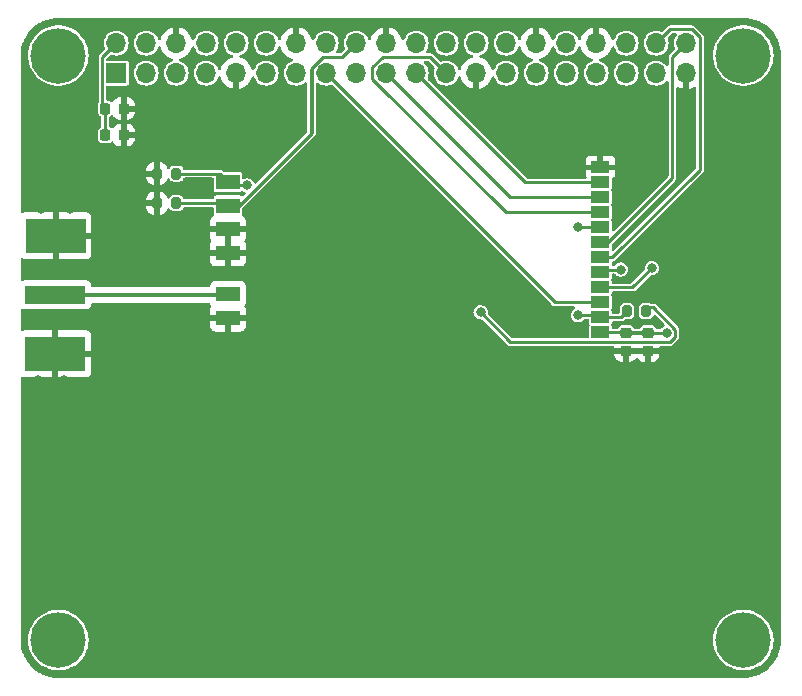
<source format=gtl>
%TF.GenerationSoftware,KiCad,Pcbnew,8.0.5*%
%TF.CreationDate,2024-12-07T14:51:23-08:00*%
%TF.ProjectId,Groundstation_2400_Hat,47726f75-6e64-4737-9461-74696f6e5f32,v1.1*%
%TF.SameCoordinates,Original*%
%TF.FileFunction,Copper,L1,Top*%
%TF.FilePolarity,Positive*%
%FSLAX46Y46*%
G04 Gerber Fmt 4.6, Leading zero omitted, Abs format (unit mm)*
G04 Created by KiCad (PCBNEW 8.0.5) date 2024-12-07 14:51:23*
%MOMM*%
%LPD*%
G01*
G04 APERTURE LIST*
G04 Aperture macros list*
%AMRoundRect*
0 Rectangle with rounded corners*
0 $1 Rounding radius*
0 $2 $3 $4 $5 $6 $7 $8 $9 X,Y pos of 4 corners*
0 Add a 4 corners polygon primitive as box body*
4,1,4,$2,$3,$4,$5,$6,$7,$8,$9,$2,$3,0*
0 Add four circle primitives for the rounded corners*
1,1,$1+$1,$2,$3*
1,1,$1+$1,$4,$5*
1,1,$1+$1,$6,$7*
1,1,$1+$1,$8,$9*
0 Add four rect primitives between the rounded corners*
20,1,$1+$1,$2,$3,$4,$5,0*
20,1,$1+$1,$4,$5,$6,$7,0*
20,1,$1+$1,$6,$7,$8,$9,0*
20,1,$1+$1,$8,$9,$2,$3,0*%
G04 Aperture macros list end*
%TA.AperFunction,SMDPad,CuDef*%
%ADD10RoundRect,0.225000X-0.225000X-0.250000X0.225000X-0.250000X0.225000X0.250000X-0.225000X0.250000X0*%
%TD*%
%TA.AperFunction,SMDPad,CuDef*%
%ADD11RoundRect,0.225000X-0.250000X0.225000X-0.250000X-0.225000X0.250000X-0.225000X0.250000X0.225000X0*%
%TD*%
%TA.AperFunction,SMDPad,CuDef*%
%ADD12RoundRect,0.200000X-0.200000X-0.275000X0.200000X-0.275000X0.200000X0.275000X-0.200000X0.275000X0*%
%TD*%
%TA.AperFunction,ComponentPad*%
%ADD13C,4.700000*%
%TD*%
%TA.AperFunction,SMDPad,CuDef*%
%ADD14R,1.500000X0.975000*%
%TD*%
%TA.AperFunction,SMDPad,CuDef*%
%ADD15R,2.000000X1.300000*%
%TD*%
%TA.AperFunction,SMDPad,CuDef*%
%ADD16R,7.300000X5.100000*%
%TD*%
%TA.AperFunction,SMDPad,CuDef*%
%ADD17R,5.080000X1.500000*%
%TD*%
%TA.AperFunction,SMDPad,CuDef*%
%ADD18R,5.040000X3.000000*%
%TD*%
%TA.AperFunction,SMDPad,CuDef*%
%ADD19R,5.080000X3.000000*%
%TD*%
%TA.AperFunction,SMDPad,CuDef*%
%ADD20RoundRect,0.200000X0.200000X0.275000X-0.200000X0.275000X-0.200000X-0.275000X0.200000X-0.275000X0*%
%TD*%
%TA.AperFunction,ComponentPad*%
%ADD21R,1.700000X1.700000*%
%TD*%
%TA.AperFunction,ComponentPad*%
%ADD22O,1.700000X1.700000*%
%TD*%
%TA.AperFunction,ViaPad*%
%ADD23C,0.800000*%
%TD*%
%TA.AperFunction,Conductor*%
%ADD24C,0.250000*%
%TD*%
%TA.AperFunction,Conductor*%
%ADD25C,0.342400*%
%TD*%
%TA.AperFunction,Conductor*%
%ADD26C,0.349250*%
%TD*%
G04 APERTURE END LIST*
D10*
X107475000Y-110222500D03*
X109025000Y-110222500D03*
D11*
X151540000Y-126965000D03*
X151540000Y-128515000D03*
D12*
X111850000Y-113500000D03*
X113500000Y-113500000D03*
D13*
X103500000Y-103500000D03*
D14*
X149395000Y-126950000D03*
X149395000Y-125680000D03*
X149395000Y-124410000D03*
X149395000Y-123140000D03*
X149395000Y-121870000D03*
X149395000Y-120600000D03*
X149395000Y-119330000D03*
X149395000Y-118060000D03*
X149395000Y-116790000D03*
X149395000Y-115520000D03*
X149395000Y-114250000D03*
X149395000Y-112980000D03*
D15*
X117855000Y-114200000D03*
X117855000Y-116200000D03*
X117855000Y-118200000D03*
X117855000Y-120200000D03*
X117855000Y-123720000D03*
X117855000Y-125720000D03*
D16*
X123755000Y-120450000D03*
D17*
X103250000Y-123750000D03*
D18*
X103270000Y-118750000D03*
D19*
X103250000Y-128750000D03*
D12*
X111850000Y-116010000D03*
X113500000Y-116010000D03*
D13*
X103500000Y-153000000D03*
D20*
X153275000Y-125150000D03*
X151625000Y-125150000D03*
D13*
X161500000Y-153000000D03*
D11*
X153420000Y-126975000D03*
X153420000Y-128525000D03*
D13*
X161500000Y-103500000D03*
D10*
X107475000Y-108000000D03*
X109025000Y-108000000D03*
D21*
X108400000Y-105000000D03*
D22*
X108400000Y-102460000D03*
X110940000Y-105000000D03*
X110940000Y-102460000D03*
X113480000Y-105000000D03*
X113480000Y-102460000D03*
X116020000Y-105000000D03*
X116020000Y-102460000D03*
X118560000Y-105000000D03*
X118560000Y-102460000D03*
X121100000Y-105000000D03*
X121100000Y-102460000D03*
X123640000Y-105000000D03*
X123640000Y-102460000D03*
X126180000Y-105000000D03*
X126180000Y-102460000D03*
X128720000Y-105000000D03*
X128720000Y-102460000D03*
X131260000Y-105000000D03*
X131260000Y-102460000D03*
X133800000Y-105000000D03*
X133800000Y-102460000D03*
X136340000Y-105000000D03*
X136340000Y-102460000D03*
X138880000Y-105000000D03*
X138880000Y-102460000D03*
X141420000Y-105000000D03*
X141420000Y-102460000D03*
X143960000Y-105000000D03*
X143960000Y-102460000D03*
X146500000Y-105000000D03*
X146500000Y-102460000D03*
X149040000Y-105000000D03*
X149040000Y-102460000D03*
X151580000Y-105000000D03*
X151580000Y-102460000D03*
X154120000Y-105000000D03*
X154120000Y-102460000D03*
X156660000Y-105000000D03*
X156660000Y-102460000D03*
D23*
X155000000Y-127000000D03*
X128000000Y-120000000D03*
X118000000Y-127250000D03*
X125000000Y-117000000D03*
X110500000Y-113430000D03*
X119250000Y-127250000D03*
X120500000Y-124000000D03*
X110500000Y-115930000D03*
X115500000Y-119500000D03*
X115500000Y-117500000D03*
X149500000Y-111500000D03*
X150000000Y-128500000D03*
X128000000Y-118500000D03*
X125000000Y-124000000D03*
X102000000Y-116500000D03*
X104500000Y-116500000D03*
X104000000Y-131000000D03*
X122000000Y-117000000D03*
X115500000Y-120500000D03*
X123500000Y-124000000D03*
X128000000Y-117000000D03*
X115500000Y-118500000D03*
X123500000Y-117000000D03*
X120500000Y-117000000D03*
X122000000Y-124000000D03*
X126500000Y-124000000D03*
X128000000Y-123000000D03*
X155000000Y-128500000D03*
X101750000Y-131000000D03*
X128000000Y-121500000D03*
X126500000Y-117000000D03*
X110500000Y-109000000D03*
X153750000Y-121500000D03*
X151125000Y-121625000D03*
X139250000Y-125250000D03*
X147500000Y-125500000D03*
X119500000Y-114500000D03*
X147500000Y-118000000D03*
D24*
X107475000Y-108000000D02*
X107475000Y-109000000D01*
X153420000Y-126975000D02*
X154975000Y-126975000D01*
X107225000Y-103635000D02*
X107225000Y-107750000D01*
X149395000Y-126950000D02*
X151525000Y-126950000D01*
X107225000Y-107750000D02*
X107475000Y-108000000D01*
X151540000Y-126965000D02*
X153410000Y-126965000D01*
X153395000Y-126950000D02*
X153420000Y-126975000D01*
X151525000Y-126950000D02*
X151540000Y-126965000D01*
X107475000Y-109000000D02*
X107475000Y-110222500D01*
X149395000Y-126950000D02*
X153395000Y-126950000D01*
X153275000Y-126830000D02*
X153420000Y-126975000D01*
X153410000Y-126965000D02*
X153420000Y-126975000D01*
X108400000Y-102460000D02*
X107225000Y-103635000D01*
X154975000Y-126975000D02*
X155000000Y-127000000D01*
D25*
X103237125Y-123750000D02*
X117825000Y-123750000D01*
D26*
X117825000Y-123750000D02*
X117855000Y-123720000D01*
D24*
X152110000Y-123140000D02*
X149395000Y-123140000D01*
X153750000Y-121500000D02*
X152110000Y-123140000D01*
X149395000Y-115520000D02*
X141780000Y-115520000D01*
X141780000Y-115520000D02*
X131260000Y-105000000D01*
X149640000Y-121625000D02*
X149395000Y-121870000D01*
X151125000Y-121625000D02*
X149640000Y-121625000D01*
X139250000Y-125250000D02*
X141762500Y-127762500D01*
X155725000Y-127300305D02*
X155725000Y-126699695D01*
X155725000Y-126699695D02*
X153857107Y-124831802D01*
X152925948Y-127740000D02*
X152935948Y-127750000D01*
X153857107Y-124831802D02*
X153593198Y-124831802D01*
X151055948Y-127740000D02*
X152925948Y-127740000D01*
X141762500Y-127762500D02*
X151033448Y-127762500D01*
X155275305Y-127750000D02*
X155725000Y-127300305D01*
X152935948Y-127750000D02*
X155275305Y-127750000D01*
X151033448Y-127762500D02*
X151055948Y-127740000D01*
X157835000Y-101973299D02*
X157835000Y-113160000D01*
X154120000Y-102460000D02*
X155295000Y-101285000D01*
X157835000Y-113160000D02*
X150395000Y-120600000D01*
X157146701Y-101285000D02*
X157835000Y-101973299D01*
X150395000Y-120600000D02*
X149395000Y-120600000D01*
X155295000Y-101285000D02*
X157146701Y-101285000D01*
X149215000Y-125500000D02*
X149395000Y-125680000D01*
X147500000Y-125500000D02*
X149215000Y-125500000D01*
X151625000Y-125150000D02*
X151095000Y-125680000D01*
X151095000Y-125680000D02*
X149395000Y-125680000D01*
X113500000Y-113500000D02*
X117155000Y-113500000D01*
X117155000Y-113500000D02*
X117855000Y-114200000D01*
X119500000Y-114500000D02*
X118155000Y-114500000D01*
X118155000Y-114500000D02*
X117855000Y-114200000D01*
X149335000Y-118000000D02*
X149395000Y-118060000D01*
X147500000Y-118000000D02*
X149335000Y-118000000D01*
X149395000Y-114250000D02*
X143050000Y-114250000D01*
X143050000Y-114250000D02*
X133800000Y-105000000D01*
X118825305Y-116200000D02*
X125005000Y-110020305D01*
X117855000Y-116200000D02*
X118825305Y-116200000D01*
X117665000Y-116010000D02*
X117855000Y-116200000D01*
X127545000Y-103635000D02*
X125883299Y-103635000D01*
X128720000Y-102460000D02*
X127545000Y-103635000D01*
X118305000Y-116013604D02*
X118173198Y-115881802D01*
X125883299Y-103635000D02*
X124875000Y-104643299D01*
X124875000Y-110175000D02*
X119036396Y-116013604D01*
X125005000Y-110020305D02*
X125005000Y-104513299D01*
X119036396Y-116013604D02*
X118305000Y-116013604D01*
X124875000Y-104643299D02*
X124875000Y-110175000D01*
X113500000Y-116010000D02*
X117665000Y-116010000D01*
X155485000Y-103635000D02*
X155485000Y-113857500D01*
X150012500Y-119330000D02*
X149395000Y-119330000D01*
X156660000Y-102460000D02*
X155485000Y-103635000D01*
X155485000Y-113857500D02*
X150012500Y-119330000D01*
X130085000Y-104513299D02*
X130963299Y-103635000D01*
X130963299Y-103635000D02*
X134975000Y-103635000D01*
X149395000Y-116790000D02*
X141388299Y-116790000D01*
X130085000Y-105486701D02*
X130085000Y-104513299D01*
X141388299Y-116790000D02*
X130085000Y-105486701D01*
X134975000Y-103635000D02*
X136340000Y-105000000D01*
X149395000Y-124410000D02*
X145590000Y-124410000D01*
X145590000Y-124410000D02*
X126180000Y-105000000D01*
%TA.AperFunction,Conductor*%
G36*
X156910000Y-106330633D02*
G01*
X157123483Y-106273433D01*
X157123492Y-106273430D01*
X157333095Y-106175690D01*
X157402172Y-106165198D01*
X157465956Y-106193718D01*
X157504196Y-106252194D01*
X157509500Y-106288072D01*
X157509500Y-112973811D01*
X157489815Y-113040850D01*
X157473181Y-113061492D01*
X150547162Y-119987510D01*
X150485839Y-120020995D01*
X150416147Y-120016011D01*
X150360214Y-119974139D01*
X150335797Y-119908675D01*
X150337864Y-119875637D01*
X150345500Y-119837250D01*
X150345500Y-119508687D01*
X150365185Y-119441648D01*
X150381814Y-119421011D01*
X155674652Y-114128172D01*
X155674657Y-114128169D01*
X155684860Y-114117965D01*
X155684862Y-114117965D01*
X155745465Y-114057362D01*
X155778503Y-114000138D01*
X155788318Y-113983139D01*
X155810501Y-113900353D01*
X155810501Y-113814647D01*
X155810501Y-113807052D01*
X155810500Y-113807034D01*
X155810500Y-106288072D01*
X155830185Y-106221033D01*
X155882989Y-106175278D01*
X155952147Y-106165334D01*
X155986905Y-106175690D01*
X156196507Y-106273430D01*
X156196516Y-106273433D01*
X156410000Y-106330634D01*
X156410000Y-105433012D01*
X156467007Y-105465925D01*
X156594174Y-105500000D01*
X156725826Y-105500000D01*
X156852993Y-105465925D01*
X156910000Y-105433012D01*
X156910000Y-106330633D01*
G37*
%TD.AperFunction*%
%TA.AperFunction,Conductor*%
G36*
X161503243Y-100300669D02*
G01*
X161827952Y-100317687D01*
X161840860Y-100319044D01*
X162158794Y-100369400D01*
X162171478Y-100372095D01*
X162482429Y-100455414D01*
X162494770Y-100459425D01*
X162795282Y-100574780D01*
X162807138Y-100580058D01*
X163093976Y-100726210D01*
X163105192Y-100732686D01*
X163375165Y-100908008D01*
X163385666Y-100915637D01*
X163635836Y-101118221D01*
X163645481Y-101126906D01*
X163873093Y-101354518D01*
X163881778Y-101364163D01*
X164084362Y-101614333D01*
X164091991Y-101624834D01*
X164267310Y-101894802D01*
X164273792Y-101906029D01*
X164319894Y-101996507D01*
X164419940Y-102192859D01*
X164425219Y-102204717D01*
X164540574Y-102505229D01*
X164544585Y-102517572D01*
X164627902Y-102828515D01*
X164630600Y-102841211D01*
X164680955Y-103159139D01*
X164682312Y-103172047D01*
X164699330Y-103496756D01*
X164699500Y-103503246D01*
X164699500Y-152996753D01*
X164699330Y-153003243D01*
X164682312Y-153327952D01*
X164680955Y-153340860D01*
X164630600Y-153658788D01*
X164627902Y-153671484D01*
X164544585Y-153982427D01*
X164540574Y-153994770D01*
X164425219Y-154295282D01*
X164419940Y-154307140D01*
X164273796Y-154593964D01*
X164267306Y-154605204D01*
X164091991Y-154875165D01*
X164084362Y-154885666D01*
X163881778Y-155135836D01*
X163873093Y-155145481D01*
X163645481Y-155373093D01*
X163635836Y-155381778D01*
X163385666Y-155584362D01*
X163375165Y-155591991D01*
X163105204Y-155767306D01*
X163093964Y-155773796D01*
X162807140Y-155919940D01*
X162795282Y-155925219D01*
X162494770Y-156040574D01*
X162482427Y-156044585D01*
X162171484Y-156127902D01*
X162158788Y-156130600D01*
X161840860Y-156180955D01*
X161827952Y-156182312D01*
X161503244Y-156199330D01*
X161496754Y-156199500D01*
X103503246Y-156199500D01*
X103496756Y-156199330D01*
X103172047Y-156182312D01*
X103159139Y-156180955D01*
X102841211Y-156130600D01*
X102828515Y-156127902D01*
X102517572Y-156044585D01*
X102505229Y-156040574D01*
X102204717Y-155925219D01*
X102192859Y-155919940D01*
X101995501Y-155819381D01*
X101906029Y-155773792D01*
X101894802Y-155767310D01*
X101624834Y-155591991D01*
X101614333Y-155584362D01*
X101364163Y-155381778D01*
X101354518Y-155373093D01*
X101126906Y-155145481D01*
X101118221Y-155135836D01*
X100915637Y-154885666D01*
X100908008Y-154875165D01*
X100826329Y-154749390D01*
X100732686Y-154605192D01*
X100726210Y-154593976D01*
X100580058Y-154307138D01*
X100574780Y-154295282D01*
X100459425Y-153994770D01*
X100455414Y-153982427D01*
X100372095Y-153671478D01*
X100369399Y-153658788D01*
X100365717Y-153635542D01*
X100319044Y-153340860D01*
X100317687Y-153327952D01*
X100300670Y-153003243D01*
X100300585Y-152999994D01*
X100944457Y-152999994D01*
X100944457Y-153000005D01*
X100964606Y-153320283D01*
X100964607Y-153320290D01*
X101024745Y-153635542D01*
X101123916Y-153940759D01*
X101123918Y-153940764D01*
X101260558Y-154231138D01*
X101260562Y-154231144D01*
X101432520Y-154502108D01*
X101432522Y-154502111D01*
X101637087Y-154749388D01*
X101637089Y-154749390D01*
X101857325Y-154956204D01*
X101871034Y-154969078D01*
X101871044Y-154969086D01*
X102130660Y-155157708D01*
X102130666Y-155157711D01*
X102130672Y-155157716D01*
X102411903Y-155312324D01*
X102710294Y-155430466D01*
X102710293Y-155430466D01*
X103021135Y-155510276D01*
X103021139Y-155510277D01*
X103087935Y-155518715D01*
X103339524Y-155550499D01*
X103339533Y-155550499D01*
X103339536Y-155550500D01*
X103339538Y-155550500D01*
X103660462Y-155550500D01*
X103660464Y-155550500D01*
X103660467Y-155550499D01*
X103660475Y-155550499D01*
X103850463Y-155526497D01*
X103978861Y-155510277D01*
X104289706Y-155430466D01*
X104588097Y-155312324D01*
X104869328Y-155157716D01*
X105128964Y-154969080D01*
X105362911Y-154749390D01*
X105567478Y-154502110D01*
X105739439Y-154231142D01*
X105876084Y-153940758D01*
X105975256Y-153635538D01*
X106035392Y-153320294D01*
X106055543Y-153000000D01*
X106055543Y-152999994D01*
X158944457Y-152999994D01*
X158944457Y-153000005D01*
X158964606Y-153320283D01*
X158964607Y-153320290D01*
X159024745Y-153635542D01*
X159123916Y-153940759D01*
X159123918Y-153940764D01*
X159260558Y-154231138D01*
X159260562Y-154231144D01*
X159432520Y-154502108D01*
X159432522Y-154502111D01*
X159637087Y-154749388D01*
X159637089Y-154749390D01*
X159857325Y-154956204D01*
X159871034Y-154969078D01*
X159871044Y-154969086D01*
X160130660Y-155157708D01*
X160130666Y-155157711D01*
X160130672Y-155157716D01*
X160411903Y-155312324D01*
X160710294Y-155430466D01*
X160710293Y-155430466D01*
X161021135Y-155510276D01*
X161021139Y-155510277D01*
X161087935Y-155518715D01*
X161339524Y-155550499D01*
X161339533Y-155550499D01*
X161339536Y-155550500D01*
X161339538Y-155550500D01*
X161660462Y-155550500D01*
X161660464Y-155550500D01*
X161660467Y-155550499D01*
X161660475Y-155550499D01*
X161850463Y-155526497D01*
X161978861Y-155510277D01*
X162289706Y-155430466D01*
X162588097Y-155312324D01*
X162869328Y-155157716D01*
X163128964Y-154969080D01*
X163362911Y-154749390D01*
X163567478Y-154502110D01*
X163739439Y-154231142D01*
X163876084Y-153940758D01*
X163975256Y-153635538D01*
X164035392Y-153320294D01*
X164055543Y-153000000D01*
X164035392Y-152679706D01*
X163975256Y-152364462D01*
X163876084Y-152059242D01*
X163876081Y-152059235D01*
X163739441Y-151768861D01*
X163739437Y-151768855D01*
X163567479Y-151497891D01*
X163567477Y-151497888D01*
X163362912Y-151250611D01*
X163128965Y-151030921D01*
X163128955Y-151030913D01*
X162869339Y-150842291D01*
X162869321Y-150842280D01*
X162588096Y-150687675D01*
X162588093Y-150687674D01*
X162289703Y-150569533D01*
X162289706Y-150569533D01*
X161978864Y-150489723D01*
X161978851Y-150489721D01*
X161660475Y-150449500D01*
X161660464Y-150449500D01*
X161339536Y-150449500D01*
X161339524Y-150449500D01*
X161021148Y-150489721D01*
X161021135Y-150489723D01*
X160710294Y-150569533D01*
X160411906Y-150687674D01*
X160411903Y-150687675D01*
X160130678Y-150842280D01*
X160130660Y-150842291D01*
X159871044Y-151030913D01*
X159871034Y-151030921D01*
X159637087Y-151250611D01*
X159432522Y-151497888D01*
X159432520Y-151497891D01*
X159260562Y-151768855D01*
X159260558Y-151768861D01*
X159123918Y-152059235D01*
X159123916Y-152059240D01*
X159024745Y-152364457D01*
X158964607Y-152679709D01*
X158964606Y-152679716D01*
X158944457Y-152999994D01*
X106055543Y-152999994D01*
X106035392Y-152679706D01*
X105975256Y-152364462D01*
X105876084Y-152059242D01*
X105876081Y-152059235D01*
X105739441Y-151768861D01*
X105739437Y-151768855D01*
X105567479Y-151497891D01*
X105567477Y-151497888D01*
X105362912Y-151250611D01*
X105128965Y-151030921D01*
X105128955Y-151030913D01*
X104869339Y-150842291D01*
X104869321Y-150842280D01*
X104588096Y-150687675D01*
X104588093Y-150687674D01*
X104289703Y-150569533D01*
X104289706Y-150569533D01*
X103978864Y-150489723D01*
X103978851Y-150489721D01*
X103660475Y-150449500D01*
X103660464Y-150449500D01*
X103339536Y-150449500D01*
X103339524Y-150449500D01*
X103021148Y-150489721D01*
X103021135Y-150489723D01*
X102710294Y-150569533D01*
X102411906Y-150687674D01*
X102411903Y-150687675D01*
X102130678Y-150842280D01*
X102130660Y-150842291D01*
X101871044Y-151030913D01*
X101871034Y-151030921D01*
X101637087Y-151250611D01*
X101432522Y-151497888D01*
X101432520Y-151497891D01*
X101260562Y-151768855D01*
X101260558Y-151768861D01*
X101123918Y-152059235D01*
X101123916Y-152059240D01*
X101024745Y-152364457D01*
X100964607Y-152679709D01*
X100964606Y-152679716D01*
X100944457Y-152999994D01*
X100300585Y-152999994D01*
X100300500Y-152996753D01*
X100300500Y-130809506D01*
X100320185Y-130742467D01*
X100372989Y-130696712D01*
X100442147Y-130686768D01*
X100467833Y-130693324D01*
X100602620Y-130743596D01*
X100602627Y-130743598D01*
X100662155Y-130749999D01*
X100662172Y-130750000D01*
X103000000Y-130750000D01*
X103500000Y-130750000D01*
X105837828Y-130750000D01*
X105837844Y-130749999D01*
X105897372Y-130743598D01*
X105897379Y-130743596D01*
X106032086Y-130693354D01*
X106032093Y-130693350D01*
X106147187Y-130607190D01*
X106147190Y-130607187D01*
X106233350Y-130492093D01*
X106233354Y-130492086D01*
X106283596Y-130357379D01*
X106283598Y-130357372D01*
X106289999Y-130297844D01*
X106290000Y-130297827D01*
X106290000Y-129000000D01*
X103500000Y-129000000D01*
X103500000Y-130750000D01*
X103000000Y-130750000D01*
X103000000Y-128788322D01*
X150565001Y-128788322D01*
X150575144Y-128887607D01*
X150628452Y-129048481D01*
X150628457Y-129048492D01*
X150717424Y-129192728D01*
X150717427Y-129192732D01*
X150837267Y-129312572D01*
X150837271Y-129312575D01*
X150981507Y-129401542D01*
X150981518Y-129401547D01*
X151142393Y-129454855D01*
X151241683Y-129464999D01*
X151790000Y-129464999D01*
X151838308Y-129464999D01*
X151838322Y-129464998D01*
X151937607Y-129454855D01*
X152098481Y-129401547D01*
X152098492Y-129401542D01*
X152242728Y-129312575D01*
X152242732Y-129312572D01*
X152362570Y-129192734D01*
X152371373Y-129178462D01*
X152423319Y-129131735D01*
X152492281Y-129120510D01*
X152556364Y-129148350D01*
X152582453Y-129178456D01*
X152597426Y-129202731D01*
X152717267Y-129322572D01*
X152717271Y-129322575D01*
X152861507Y-129411542D01*
X152861518Y-129411547D01*
X153022393Y-129464855D01*
X153121683Y-129474999D01*
X153670000Y-129474999D01*
X153718308Y-129474999D01*
X153718322Y-129474998D01*
X153817607Y-129464855D01*
X153978481Y-129411547D01*
X153978492Y-129411542D01*
X154122728Y-129322575D01*
X154122732Y-129322572D01*
X154242572Y-129202732D01*
X154242575Y-129202728D01*
X154331542Y-129058492D01*
X154331547Y-129058481D01*
X154384855Y-128897606D01*
X154394999Y-128798322D01*
X154395000Y-128798309D01*
X154395000Y-128775000D01*
X153670000Y-128775000D01*
X153670000Y-129474999D01*
X153121683Y-129474999D01*
X153169999Y-129474998D01*
X153170000Y-129474998D01*
X153170000Y-128775000D01*
X152463362Y-128775000D01*
X152429306Y-128765000D01*
X151790000Y-128765000D01*
X151790000Y-129464999D01*
X151241683Y-129464999D01*
X151289999Y-129464998D01*
X151290000Y-129464998D01*
X151290000Y-128765000D01*
X150565001Y-128765000D01*
X150565001Y-128788322D01*
X103000000Y-128788322D01*
X103000000Y-128500000D01*
X103500000Y-128500000D01*
X106290000Y-128500000D01*
X106290000Y-127202172D01*
X106289999Y-127202155D01*
X106283598Y-127142627D01*
X106283596Y-127142620D01*
X106233354Y-127007913D01*
X106233350Y-127007906D01*
X106147190Y-126892812D01*
X106147187Y-126892809D01*
X106032093Y-126806649D01*
X106032086Y-126806645D01*
X105897379Y-126756403D01*
X105897372Y-126756401D01*
X105837844Y-126750000D01*
X103500000Y-126750000D01*
X103500000Y-128500000D01*
X103000000Y-128500000D01*
X103000000Y-126750000D01*
X100662155Y-126750000D01*
X100602627Y-126756401D01*
X100602619Y-126756403D01*
X100467833Y-126806675D01*
X100398141Y-126811659D01*
X100336818Y-126778174D01*
X100303334Y-126716850D01*
X100300500Y-126690493D01*
X100300500Y-126417844D01*
X116355000Y-126417844D01*
X116361401Y-126477372D01*
X116361403Y-126477379D01*
X116411645Y-126612086D01*
X116411649Y-126612093D01*
X116497809Y-126727187D01*
X116497812Y-126727190D01*
X116612906Y-126813350D01*
X116612913Y-126813354D01*
X116747620Y-126863596D01*
X116747627Y-126863598D01*
X116807155Y-126869999D01*
X116807172Y-126870000D01*
X117605000Y-126870000D01*
X118105000Y-126870000D01*
X118902828Y-126870000D01*
X118902844Y-126869999D01*
X118962372Y-126863598D01*
X118962379Y-126863596D01*
X119097086Y-126813354D01*
X119097093Y-126813350D01*
X119212187Y-126727190D01*
X119212190Y-126727187D01*
X119298350Y-126612093D01*
X119298354Y-126612086D01*
X119348596Y-126477379D01*
X119348598Y-126477372D01*
X119354999Y-126417844D01*
X119355000Y-126417827D01*
X119355000Y-125970000D01*
X118105000Y-125970000D01*
X118105000Y-126870000D01*
X117605000Y-126870000D01*
X117605000Y-125970000D01*
X116355000Y-125970000D01*
X116355000Y-126417844D01*
X100300500Y-126417844D01*
X100300500Y-125060039D01*
X100320185Y-124993000D01*
X100372989Y-124947245D01*
X100442147Y-124937301D01*
X100467831Y-124943856D01*
X100553281Y-124975727D01*
X100602517Y-124994091D01*
X100602516Y-124994091D01*
X100609444Y-124994835D01*
X100662127Y-125000500D01*
X105837872Y-125000499D01*
X105897483Y-124994091D01*
X106032331Y-124943796D01*
X106147546Y-124857546D01*
X106233796Y-124742331D01*
X106284091Y-124607483D01*
X106290500Y-124547873D01*
X106290500Y-124545700D01*
X106290642Y-124545215D01*
X106290678Y-124544548D01*
X106290835Y-124544556D01*
X106310185Y-124478661D01*
X106362989Y-124432906D01*
X106414500Y-124421700D01*
X116254008Y-124421700D01*
X116321047Y-124441385D01*
X116366802Y-124494189D01*
X116370190Y-124502367D01*
X116411202Y-124612328D01*
X116411204Y-124612331D01*
X116436487Y-124646105D01*
X116460905Y-124711568D01*
X116446054Y-124779841D01*
X116436488Y-124794726D01*
X116411649Y-124827906D01*
X116411645Y-124827913D01*
X116361403Y-124962620D01*
X116361401Y-124962627D01*
X116355000Y-125022155D01*
X116355000Y-125470000D01*
X119355000Y-125470000D01*
X119355000Y-125022172D01*
X119354999Y-125022155D01*
X119348598Y-124962627D01*
X119348596Y-124962620D01*
X119298354Y-124827913D01*
X119298352Y-124827910D01*
X119273512Y-124794728D01*
X119249094Y-124729264D01*
X119263945Y-124660990D01*
X119273505Y-124646114D01*
X119298796Y-124612331D01*
X119349091Y-124477483D01*
X119355500Y-124417873D01*
X119355499Y-123022128D01*
X119349091Y-122962517D01*
X119346448Y-122955432D01*
X119298797Y-122827671D01*
X119298793Y-122827664D01*
X119212547Y-122712455D01*
X119212544Y-122712452D01*
X119097335Y-122626206D01*
X119097328Y-122626202D01*
X118962482Y-122575908D01*
X118962483Y-122575908D01*
X118902883Y-122569501D01*
X118902881Y-122569500D01*
X118902873Y-122569500D01*
X118902864Y-122569500D01*
X116807129Y-122569500D01*
X116807123Y-122569501D01*
X116747516Y-122575908D01*
X116612671Y-122626202D01*
X116612664Y-122626206D01*
X116497455Y-122712452D01*
X116497452Y-122712455D01*
X116411206Y-122827664D01*
X116411202Y-122827671D01*
X116360908Y-122962516D01*
X116360367Y-122967556D01*
X116333629Y-123032107D01*
X116276236Y-123071955D01*
X116237078Y-123078300D01*
X106414499Y-123078300D01*
X106347460Y-123058615D01*
X106301705Y-123005811D01*
X106290745Y-122955432D01*
X106290676Y-122955436D01*
X106290653Y-122955008D01*
X106290499Y-122954300D01*
X106290499Y-122952129D01*
X106290498Y-122952123D01*
X106284091Y-122892516D01*
X106233797Y-122757671D01*
X106233793Y-122757664D01*
X106147547Y-122642455D01*
X106147544Y-122642452D01*
X106032335Y-122556206D01*
X106032328Y-122556202D01*
X105897482Y-122505908D01*
X105897483Y-122505908D01*
X105837883Y-122499501D01*
X105837881Y-122499500D01*
X105837873Y-122499500D01*
X105837864Y-122499500D01*
X100662129Y-122499500D01*
X100662123Y-122499501D01*
X100602516Y-122505908D01*
X100467833Y-122556142D01*
X100398141Y-122561126D01*
X100336818Y-122527641D01*
X100303334Y-122466317D01*
X100300500Y-122439960D01*
X100300500Y-120897844D01*
X116355000Y-120897844D01*
X116361401Y-120957372D01*
X116361403Y-120957379D01*
X116411645Y-121092086D01*
X116411649Y-121092093D01*
X116497809Y-121207187D01*
X116497812Y-121207190D01*
X116612906Y-121293350D01*
X116612913Y-121293354D01*
X116747620Y-121343596D01*
X116747627Y-121343598D01*
X116807155Y-121349999D01*
X116807172Y-121350000D01*
X117605000Y-121350000D01*
X118105000Y-121350000D01*
X118902828Y-121350000D01*
X118902844Y-121349999D01*
X118962372Y-121343598D01*
X118962379Y-121343596D01*
X119097086Y-121293354D01*
X119097093Y-121293350D01*
X119212187Y-121207190D01*
X119212190Y-121207187D01*
X119298350Y-121092093D01*
X119298354Y-121092086D01*
X119348596Y-120957379D01*
X119348598Y-120957372D01*
X119354999Y-120897844D01*
X119355000Y-120897827D01*
X119355000Y-120450000D01*
X118105000Y-120450000D01*
X118105000Y-121350000D01*
X117605000Y-121350000D01*
X117605000Y-120450000D01*
X116355000Y-120450000D01*
X116355000Y-120897844D01*
X100300500Y-120897844D01*
X100300500Y-120785807D01*
X100320185Y-120718768D01*
X100372989Y-120673013D01*
X100442147Y-120663069D01*
X100498814Y-120686542D01*
X100507913Y-120693354D01*
X100642620Y-120743596D01*
X100642627Y-120743598D01*
X100702155Y-120749999D01*
X100702172Y-120750000D01*
X103020000Y-120750000D01*
X103520000Y-120750000D01*
X105837828Y-120750000D01*
X105837844Y-120749999D01*
X105897372Y-120743598D01*
X105897379Y-120743596D01*
X106032086Y-120693354D01*
X106032093Y-120693350D01*
X106147187Y-120607190D01*
X106147190Y-120607187D01*
X106233350Y-120492093D01*
X106233354Y-120492086D01*
X106283596Y-120357379D01*
X106283598Y-120357372D01*
X106289999Y-120297844D01*
X106290000Y-120297827D01*
X106290000Y-119000000D01*
X103520000Y-119000000D01*
X103520000Y-120750000D01*
X103020000Y-120750000D01*
X103020000Y-118897844D01*
X116355000Y-118897844D01*
X116361401Y-118957372D01*
X116361403Y-118957379D01*
X116411645Y-119092086D01*
X116411648Y-119092092D01*
X116436800Y-119125691D01*
X116461216Y-119191155D01*
X116446364Y-119259428D01*
X116436800Y-119274309D01*
X116411648Y-119307907D01*
X116411645Y-119307913D01*
X116361403Y-119442620D01*
X116361401Y-119442627D01*
X116355000Y-119502155D01*
X116355000Y-119950000D01*
X117605000Y-119950000D01*
X118105000Y-119950000D01*
X119355000Y-119950000D01*
X119355000Y-119502172D01*
X119354999Y-119502155D01*
X119348598Y-119442627D01*
X119348597Y-119442623D01*
X119298351Y-119307909D01*
X119273200Y-119274312D01*
X119248782Y-119208848D01*
X119263633Y-119140575D01*
X119273200Y-119125688D01*
X119298351Y-119092090D01*
X119348597Y-118957376D01*
X119348598Y-118957372D01*
X119354999Y-118897844D01*
X119355000Y-118897827D01*
X119355000Y-118450000D01*
X118105000Y-118450000D01*
X118105000Y-119950000D01*
X117605000Y-119950000D01*
X117605000Y-118450000D01*
X116355000Y-118450000D01*
X116355000Y-118897844D01*
X103020000Y-118897844D01*
X103020000Y-118500000D01*
X103520000Y-118500000D01*
X106290000Y-118500000D01*
X106290000Y-117202172D01*
X106289999Y-117202155D01*
X106283598Y-117142627D01*
X106283596Y-117142620D01*
X106233354Y-117007913D01*
X106233350Y-117007906D01*
X106147190Y-116892812D01*
X106147187Y-116892809D01*
X106032093Y-116806649D01*
X106032086Y-116806645D01*
X105897379Y-116756403D01*
X105897372Y-116756401D01*
X105837844Y-116750000D01*
X103520000Y-116750000D01*
X103520000Y-118500000D01*
X103020000Y-118500000D01*
X103020000Y-116750000D01*
X100702155Y-116750000D01*
X100642627Y-116756401D01*
X100642620Y-116756403D01*
X100507913Y-116806645D01*
X100507911Y-116806646D01*
X100498810Y-116813460D01*
X100433345Y-116837876D01*
X100365072Y-116823024D01*
X100315667Y-116773618D01*
X100300500Y-116714192D01*
X100300500Y-116341582D01*
X110950001Y-116341582D01*
X110956408Y-116412102D01*
X110956409Y-116412107D01*
X111006981Y-116574396D01*
X111094927Y-116719877D01*
X111215122Y-116840072D01*
X111360604Y-116928019D01*
X111360603Y-116928019D01*
X111522894Y-116978590D01*
X111522893Y-116978590D01*
X111593408Y-116984998D01*
X111593426Y-116984999D01*
X111599999Y-116984998D01*
X111600000Y-116984998D01*
X111600000Y-116260000D01*
X110950001Y-116260000D01*
X110950001Y-116341582D01*
X100300500Y-116341582D01*
X100300500Y-115678427D01*
X110950000Y-115678427D01*
X110950000Y-115760000D01*
X111600000Y-115760000D01*
X111600000Y-115035000D01*
X111599999Y-115034999D01*
X111593436Y-115035000D01*
X111593417Y-115035001D01*
X111522897Y-115041408D01*
X111522892Y-115041409D01*
X111360603Y-115091981D01*
X111215122Y-115179927D01*
X111094927Y-115300122D01*
X111006980Y-115445604D01*
X110956409Y-115607893D01*
X110950000Y-115678427D01*
X100300500Y-115678427D01*
X100300500Y-113831582D01*
X110950001Y-113831582D01*
X110956408Y-113902102D01*
X110956409Y-113902107D01*
X111006981Y-114064396D01*
X111094927Y-114209877D01*
X111215122Y-114330072D01*
X111360604Y-114418019D01*
X111360603Y-114418019D01*
X111522894Y-114468590D01*
X111522893Y-114468590D01*
X111593408Y-114474998D01*
X111593426Y-114474999D01*
X111599999Y-114474998D01*
X111600000Y-114474998D01*
X111600000Y-113750000D01*
X110950001Y-113750000D01*
X110950001Y-113831582D01*
X100300500Y-113831582D01*
X100300500Y-113168427D01*
X110950000Y-113168427D01*
X110950000Y-113250000D01*
X111600000Y-113250000D01*
X111600000Y-112525000D01*
X112100000Y-112525000D01*
X112100000Y-114474999D01*
X112106581Y-114474999D01*
X112177102Y-114468591D01*
X112177107Y-114468590D01*
X112339396Y-114418018D01*
X112484877Y-114330072D01*
X112605072Y-114209877D01*
X112693017Y-114064398D01*
X112718135Y-113983792D01*
X112756872Y-113925644D01*
X112820897Y-113897669D01*
X112889883Y-113908750D01*
X112941926Y-113955368D01*
X112947001Y-113964377D01*
X112971950Y-114013342D01*
X112971952Y-114013344D01*
X112971954Y-114013347D01*
X113061652Y-114103045D01*
X113061654Y-114103046D01*
X113061658Y-114103050D01*
X113174694Y-114160645D01*
X113174698Y-114160647D01*
X113268475Y-114175499D01*
X113268481Y-114175500D01*
X113731518Y-114175499D01*
X113825304Y-114160646D01*
X113938342Y-114103050D01*
X114028050Y-114013342D01*
X114085646Y-113900304D01*
X114085646Y-113900303D01*
X114089263Y-113893205D01*
X114137238Y-113842409D01*
X114199748Y-113825500D01*
X116530500Y-113825500D01*
X116597539Y-113845185D01*
X116643294Y-113897989D01*
X116654500Y-113949500D01*
X116654500Y-114869752D01*
X116666131Y-114928229D01*
X116666132Y-114928230D01*
X116710447Y-114994552D01*
X116776769Y-115038867D01*
X116776770Y-115038868D01*
X116835247Y-115050499D01*
X116835250Y-115050500D01*
X116835252Y-115050500D01*
X118874750Y-115050500D01*
X118874751Y-115050499D01*
X118889568Y-115047552D01*
X118933229Y-115038868D01*
X118933229Y-115038867D01*
X118933231Y-115038867D01*
X118999552Y-114994552D01*
X118999551Y-114994552D01*
X119009707Y-114987767D01*
X119012111Y-114991365D01*
X119052705Y-114969154D01*
X119122401Y-114974077D01*
X119154654Y-114991920D01*
X119158083Y-114994552D01*
X119197157Y-115024535D01*
X119268443Y-115054063D01*
X119322846Y-115097904D01*
X119344911Y-115164199D01*
X119327632Y-115231898D01*
X119308672Y-115256305D01*
X119167220Y-115397756D01*
X119105900Y-115431240D01*
X119036208Y-115426256D01*
X119011113Y-115410128D01*
X119009707Y-115412233D01*
X118933230Y-115361132D01*
X118933229Y-115361131D01*
X118874752Y-115349500D01*
X118874748Y-115349500D01*
X116835252Y-115349500D01*
X116835247Y-115349500D01*
X116776770Y-115361131D01*
X116776769Y-115361132D01*
X116710447Y-115405447D01*
X116666132Y-115471769D01*
X116666131Y-115471770D01*
X116654500Y-115530247D01*
X116654500Y-115560500D01*
X116634815Y-115627539D01*
X116582011Y-115673294D01*
X116530500Y-115684500D01*
X114199747Y-115684500D01*
X114132708Y-115664815D01*
X114089262Y-115616795D01*
X114085646Y-115609699D01*
X114085646Y-115609696D01*
X114028050Y-115496658D01*
X114028048Y-115496656D01*
X114028045Y-115496652D01*
X113938347Y-115406954D01*
X113938344Y-115406952D01*
X113938342Y-115406950D01*
X113861517Y-115367805D01*
X113825301Y-115349352D01*
X113731524Y-115334500D01*
X113268482Y-115334500D01*
X113187519Y-115347323D01*
X113174696Y-115349354D01*
X113061658Y-115406950D01*
X113061657Y-115406951D01*
X113061652Y-115406954D01*
X112971954Y-115496652D01*
X112971950Y-115496657D01*
X112947005Y-115545614D01*
X112899029Y-115596409D01*
X112831208Y-115613203D01*
X112765074Y-115590664D01*
X112721623Y-115535948D01*
X112718135Y-115526207D01*
X112693017Y-115445600D01*
X112605072Y-115300122D01*
X112484877Y-115179927D01*
X112339395Y-115091980D01*
X112339396Y-115091980D01*
X112177105Y-115041409D01*
X112177106Y-115041409D01*
X112106572Y-115035000D01*
X112100000Y-115035000D01*
X112100000Y-116984999D01*
X112106581Y-116984999D01*
X112177102Y-116978591D01*
X112177107Y-116978590D01*
X112339396Y-116928018D01*
X112484877Y-116840072D01*
X112605072Y-116719877D01*
X112693017Y-116574398D01*
X112718135Y-116493792D01*
X112756872Y-116435644D01*
X112820897Y-116407669D01*
X112889883Y-116418750D01*
X112941926Y-116465368D01*
X112947001Y-116474377D01*
X112971950Y-116523342D01*
X112971952Y-116523344D01*
X112971954Y-116523347D01*
X113061652Y-116613045D01*
X113061654Y-116613046D01*
X113061658Y-116613050D01*
X113174694Y-116670645D01*
X113174698Y-116670647D01*
X113268475Y-116685499D01*
X113268481Y-116685500D01*
X113731518Y-116685499D01*
X113825304Y-116670646D01*
X113938342Y-116613050D01*
X114028050Y-116523342D01*
X114085646Y-116410304D01*
X114085646Y-116410303D01*
X114089263Y-116403205D01*
X114137238Y-116352409D01*
X114199748Y-116335500D01*
X116530500Y-116335500D01*
X116597539Y-116355185D01*
X116643294Y-116407989D01*
X116654500Y-116459500D01*
X116654500Y-116869752D01*
X116666131Y-116928229D01*
X116670806Y-116939513D01*
X116668754Y-116940362D01*
X116684797Y-116991596D01*
X116666312Y-117058976D01*
X116620252Y-117102637D01*
X116612910Y-117106646D01*
X116497812Y-117192809D01*
X116497809Y-117192812D01*
X116411649Y-117307906D01*
X116411645Y-117307913D01*
X116361403Y-117442620D01*
X116361401Y-117442627D01*
X116355000Y-117502155D01*
X116355000Y-117950000D01*
X119355000Y-117950000D01*
X119355000Y-117502172D01*
X119354999Y-117502155D01*
X119348598Y-117442627D01*
X119348596Y-117442620D01*
X119298354Y-117307913D01*
X119298350Y-117307906D01*
X119212190Y-117192812D01*
X119212187Y-117192809D01*
X119097087Y-117106645D01*
X119089750Y-117102638D01*
X119040347Y-117053231D01*
X119025498Y-116984957D01*
X119040844Y-116940196D01*
X119039194Y-116939513D01*
X119043868Y-116928229D01*
X119055499Y-116869752D01*
X119055500Y-116869750D01*
X119055500Y-116481494D01*
X119075185Y-116414455D01*
X119091815Y-116393816D01*
X119166288Y-116319342D01*
X119191965Y-116299640D01*
X119236258Y-116274069D01*
X125135465Y-110374862D01*
X125161036Y-110330569D01*
X125180743Y-110304888D01*
X125265462Y-110220170D01*
X125265464Y-110220168D01*
X125308317Y-110145944D01*
X125308319Y-110145941D01*
X125314262Y-110123758D01*
X125330500Y-110063158D01*
X125330500Y-105923982D01*
X125350185Y-105856943D01*
X125402989Y-105811188D01*
X125472147Y-105801244D01*
X125533165Y-105828129D01*
X125593546Y-105877682D01*
X125593550Y-105877685D01*
X125776046Y-105975232D01*
X125974066Y-106035300D01*
X125974065Y-106035300D01*
X125992529Y-106037118D01*
X126180000Y-106055583D01*
X126385934Y-106035300D01*
X126583954Y-105975232D01*
X126583969Y-105975223D01*
X126585843Y-105974448D01*
X126586918Y-105974332D01*
X126589784Y-105973463D01*
X126589948Y-105974005D01*
X126655311Y-105966969D01*
X126717795Y-105998234D01*
X126720994Y-106001321D01*
X145390138Y-124670465D01*
X145464361Y-124713318D01*
X145547147Y-124735500D01*
X145632853Y-124735500D01*
X147153093Y-124735500D01*
X147220132Y-124755185D01*
X147265887Y-124807989D01*
X147275831Y-124877147D01*
X147246806Y-124940703D01*
X147200548Y-124974060D01*
X147197159Y-124975464D01*
X147071718Y-125071718D01*
X146975463Y-125197160D01*
X146914956Y-125343237D01*
X146914955Y-125343239D01*
X146894318Y-125499998D01*
X146894318Y-125500001D01*
X146914955Y-125656760D01*
X146914956Y-125656762D01*
X146975464Y-125802841D01*
X147071718Y-125928282D01*
X147197159Y-126024536D01*
X147343238Y-126085044D01*
X147421619Y-126095363D01*
X147499999Y-126105682D01*
X147500000Y-126105682D01*
X147500001Y-126105682D01*
X147552254Y-126098802D01*
X147656762Y-126085044D01*
X147802841Y-126024536D01*
X147928282Y-125928282D01*
X147969923Y-125874013D01*
X148026351Y-125832811D01*
X148068299Y-125825500D01*
X148320500Y-125825500D01*
X148387539Y-125845185D01*
X148433294Y-125897989D01*
X148444500Y-125949500D01*
X148444500Y-126187252D01*
X148456131Y-126245729D01*
X148456133Y-126245733D01*
X148456386Y-126246111D01*
X148456683Y-126247059D01*
X148460806Y-126257013D01*
X148459914Y-126257382D01*
X148477263Y-126312789D01*
X148460753Y-126372965D01*
X148460806Y-126372987D01*
X148460632Y-126373405D01*
X148458777Y-126380169D01*
X148456386Y-126383889D01*
X148456133Y-126384266D01*
X148456131Y-126384270D01*
X148444500Y-126442747D01*
X148444500Y-127313000D01*
X148424815Y-127380039D01*
X148372011Y-127425794D01*
X148320500Y-127437000D01*
X141948688Y-127437000D01*
X141881649Y-127417315D01*
X141861007Y-127400681D01*
X139882011Y-125421685D01*
X139848526Y-125360362D01*
X139846753Y-125317818D01*
X139855682Y-125250000D01*
X139855682Y-125249998D01*
X139835044Y-125093239D01*
X139835044Y-125093238D01*
X139774536Y-124947159D01*
X139678282Y-124821718D01*
X139552841Y-124725464D01*
X139420059Y-124670464D01*
X139406762Y-124664956D01*
X139406760Y-124664955D01*
X139250001Y-124644318D01*
X139249999Y-124644318D01*
X139093239Y-124664955D01*
X139093237Y-124664956D01*
X138947160Y-124725463D01*
X138821718Y-124821718D01*
X138725463Y-124947160D01*
X138664956Y-125093237D01*
X138664955Y-125093239D01*
X138644318Y-125249998D01*
X138644318Y-125250001D01*
X138664955Y-125406760D01*
X138664956Y-125406762D01*
X138720811Y-125541609D01*
X138725464Y-125552841D01*
X138821718Y-125678282D01*
X138947159Y-125774536D01*
X139093238Y-125835044D01*
X139121548Y-125838771D01*
X139249999Y-125855682D01*
X139250000Y-125855682D01*
X139250001Y-125855682D01*
X139285708Y-125850980D01*
X139317818Y-125846753D01*
X139386853Y-125857518D01*
X139421685Y-125882011D01*
X141497694Y-127958020D01*
X141497704Y-127958031D01*
X141562639Y-128022966D01*
X141595120Y-128041718D01*
X141636311Y-128065500D01*
X141636862Y-128065818D01*
X141719648Y-128088001D01*
X141719651Y-128088001D01*
X141812949Y-128088001D01*
X141812965Y-128088000D01*
X150443387Y-128088000D01*
X150510426Y-128107685D01*
X150556181Y-128160489D01*
X150566745Y-128224602D01*
X150565000Y-128241675D01*
X150565000Y-128265000D01*
X152496638Y-128265000D01*
X152530694Y-128275000D01*
X154394999Y-128275000D01*
X154394999Y-128251692D01*
X154394998Y-128251679D01*
X154390955Y-128212103D01*
X154403724Y-128143410D01*
X154451604Y-128092525D01*
X154514313Y-128075500D01*
X155318156Y-128075500D01*
X155318158Y-128075500D01*
X155400944Y-128053318D01*
X155475167Y-128010465D01*
X155914655Y-127570974D01*
X155914660Y-127570971D01*
X155924860Y-127560770D01*
X155924862Y-127560770D01*
X155985465Y-127500167D01*
X156012570Y-127453220D01*
X156028318Y-127425944D01*
X156050501Y-127343158D01*
X156050501Y-127257452D01*
X156050501Y-127249857D01*
X156050500Y-127249839D01*
X156050500Y-126752550D01*
X156050501Y-126752537D01*
X156050501Y-126656843D01*
X156050501Y-126656842D01*
X156028318Y-126574057D01*
X155988159Y-126504500D01*
X155985465Y-126499833D01*
X155985464Y-126499832D01*
X155985461Y-126499828D01*
X155920543Y-126434910D01*
X155920520Y-126434889D01*
X154056971Y-124571339D01*
X154056970Y-124571338D01*
X154056969Y-124571337D01*
X154016346Y-124547883D01*
X153982747Y-124528484D01*
X153941353Y-124517393D01*
X153899960Y-124506302D01*
X153899959Y-124506302D01*
X153663336Y-124506302D01*
X153607042Y-124492787D01*
X153604453Y-124491468D01*
X153600301Y-124489352D01*
X153506524Y-124474500D01*
X153043482Y-124474500D01*
X152962519Y-124487323D01*
X152949696Y-124489354D01*
X152836658Y-124546950D01*
X152836657Y-124546951D01*
X152836652Y-124546954D01*
X152746954Y-124636652D01*
X152746951Y-124636657D01*
X152746950Y-124636658D01*
X152729726Y-124670462D01*
X152689352Y-124749698D01*
X152674500Y-124843475D01*
X152674500Y-125456517D01*
X152685292Y-125524657D01*
X152689354Y-125550304D01*
X152746950Y-125663342D01*
X152746952Y-125663344D01*
X152746954Y-125663347D01*
X152836652Y-125753045D01*
X152836654Y-125753046D01*
X152836658Y-125753050D01*
X152934374Y-125802839D01*
X152949698Y-125810647D01*
X153043475Y-125825499D01*
X153043481Y-125825500D01*
X153506518Y-125825499D01*
X153600304Y-125810646D01*
X153713342Y-125753050D01*
X153803050Y-125663342D01*
X153860646Y-125550304D01*
X153860646Y-125550302D01*
X153865076Y-125541609D01*
X153866269Y-125542216D01*
X153899989Y-125492892D01*
X153964345Y-125465687D01*
X154033193Y-125477594D01*
X154066174Y-125501196D01*
X154808672Y-126243694D01*
X154842157Y-126305017D01*
X154837173Y-126374709D01*
X154795301Y-126430642D01*
X154768445Y-126445936D01*
X154697159Y-126475464D01*
X154571718Y-126571718D01*
X154549258Y-126600988D01*
X154492832Y-126642189D01*
X154450884Y-126649500D01*
X154172330Y-126649500D01*
X154105291Y-126629815D01*
X154061845Y-126581795D01*
X154018528Y-126496780D01*
X154018524Y-126496776D01*
X154018523Y-126496774D01*
X153923225Y-126401476D01*
X153923221Y-126401473D01*
X153923220Y-126401472D01*
X153803126Y-126340281D01*
X153803124Y-126340280D01*
X153803121Y-126340279D01*
X153703493Y-126324500D01*
X153703488Y-126324500D01*
X153136512Y-126324500D01*
X153136507Y-126324500D01*
X153036878Y-126340279D01*
X152916778Y-126401473D01*
X152916774Y-126401476D01*
X152821476Y-126496774D01*
X152821469Y-126496783D01*
X152790892Y-126556795D01*
X152742918Y-126607591D01*
X152680408Y-126624500D01*
X152284687Y-126624500D01*
X152217648Y-126604815D01*
X152174202Y-126556795D01*
X152138528Y-126486780D01*
X152138524Y-126486776D01*
X152138523Y-126486774D01*
X152043225Y-126391476D01*
X152043221Y-126391473D01*
X152043220Y-126391472D01*
X151923126Y-126330281D01*
X151923124Y-126330280D01*
X151923121Y-126330279D01*
X151823493Y-126314500D01*
X151823488Y-126314500D01*
X151256512Y-126314500D01*
X151256507Y-126314500D01*
X151156878Y-126330279D01*
X151036778Y-126391473D01*
X151036774Y-126391476D01*
X150941476Y-126486774D01*
X150941473Y-126486779D01*
X150941472Y-126486780D01*
X150905798Y-126556795D01*
X150857823Y-126607591D01*
X150795313Y-126624500D01*
X150469500Y-126624500D01*
X150402461Y-126604815D01*
X150356706Y-126552011D01*
X150345500Y-126500500D01*
X150345500Y-126442749D01*
X150345499Y-126442747D01*
X150333868Y-126384272D01*
X150333867Y-126384270D01*
X150333867Y-126384269D01*
X150333616Y-126383893D01*
X150333319Y-126382947D01*
X150329194Y-126372987D01*
X150330085Y-126372617D01*
X150312736Y-126317219D01*
X150329243Y-126257033D01*
X150329194Y-126257013D01*
X150329356Y-126256619D01*
X150331217Y-126249838D01*
X150333613Y-126246111D01*
X150333867Y-126245731D01*
X150345500Y-126187248D01*
X150345500Y-126129500D01*
X150365185Y-126062461D01*
X150417989Y-126016706D01*
X150469500Y-126005500D01*
X151137851Y-126005500D01*
X151137853Y-126005500D01*
X151220639Y-125983318D01*
X151294862Y-125940465D01*
X151373508Y-125861817D01*
X151434831Y-125828333D01*
X151461190Y-125825499D01*
X151856517Y-125825499D01*
X151856518Y-125825499D01*
X151950304Y-125810646D01*
X152063342Y-125753050D01*
X152153050Y-125663342D01*
X152210646Y-125550304D01*
X152210646Y-125550302D01*
X152210647Y-125550301D01*
X152225499Y-125456524D01*
X152225500Y-125456519D01*
X152225499Y-124843482D01*
X152210646Y-124749696D01*
X152153050Y-124636658D01*
X152153046Y-124636654D01*
X152153045Y-124636652D01*
X152063347Y-124546954D01*
X152063344Y-124546952D01*
X152063342Y-124546950D01*
X151983566Y-124506302D01*
X151950301Y-124489352D01*
X151856524Y-124474500D01*
X151393482Y-124474500D01*
X151312519Y-124487323D01*
X151299696Y-124489354D01*
X151186658Y-124546950D01*
X151186657Y-124546951D01*
X151186652Y-124546954D01*
X151096954Y-124636652D01*
X151096951Y-124636657D01*
X151096950Y-124636658D01*
X151079726Y-124670462D01*
X151039352Y-124749698D01*
X151024500Y-124843475D01*
X151024500Y-125230500D01*
X151004815Y-125297539D01*
X150952011Y-125343294D01*
X150900500Y-125354500D01*
X150469500Y-125354500D01*
X150402461Y-125334815D01*
X150356706Y-125282011D01*
X150345500Y-125230500D01*
X150345500Y-125172749D01*
X150345499Y-125172747D01*
X150333868Y-125114272D01*
X150333867Y-125114271D01*
X150333867Y-125114269D01*
X150333616Y-125113893D01*
X150333319Y-125112947D01*
X150329194Y-125102987D01*
X150330085Y-125102617D01*
X150312736Y-125047219D01*
X150329243Y-124987033D01*
X150329194Y-124987013D01*
X150329356Y-124986619D01*
X150331217Y-124979838D01*
X150333613Y-124976111D01*
X150333867Y-124975731D01*
X150334588Y-124972109D01*
X150340220Y-124943793D01*
X150345500Y-124917248D01*
X150345500Y-123902752D01*
X150345500Y-123902749D01*
X150345499Y-123902747D01*
X150333868Y-123844272D01*
X150333867Y-123844270D01*
X150333867Y-123844269D01*
X150333616Y-123843893D01*
X150333319Y-123842947D01*
X150329194Y-123832987D01*
X150330085Y-123832617D01*
X150312736Y-123777219D01*
X150329243Y-123717033D01*
X150329194Y-123717013D01*
X150329356Y-123716619D01*
X150331217Y-123709838D01*
X150333613Y-123706111D01*
X150333867Y-123705731D01*
X150345500Y-123647248D01*
X150345500Y-123589500D01*
X150365185Y-123522461D01*
X150417989Y-123476706D01*
X150469500Y-123465500D01*
X152152851Y-123465500D01*
X152152853Y-123465500D01*
X152235639Y-123443318D01*
X152309862Y-123400465D01*
X153578316Y-122132009D01*
X153639637Y-122098526D01*
X153682181Y-122096753D01*
X153749999Y-122105682D01*
X153750000Y-122105682D01*
X153750001Y-122105682D01*
X153802254Y-122098802D01*
X153906762Y-122085044D01*
X154052841Y-122024536D01*
X154178282Y-121928282D01*
X154274536Y-121802841D01*
X154335044Y-121656762D01*
X154355682Y-121500000D01*
X154351500Y-121468238D01*
X154335044Y-121343239D01*
X154335044Y-121343238D01*
X154274536Y-121197159D01*
X154178282Y-121071718D01*
X154052841Y-120975464D01*
X153906762Y-120914956D01*
X153906760Y-120914955D01*
X153750001Y-120894318D01*
X153749999Y-120894318D01*
X153593239Y-120914955D01*
X153593237Y-120914956D01*
X153447160Y-120975463D01*
X153321718Y-121071718D01*
X153225463Y-121197160D01*
X153164956Y-121343237D01*
X153164955Y-121343239D01*
X153144318Y-121499998D01*
X153144318Y-121500001D01*
X153153246Y-121567817D01*
X153142480Y-121636852D01*
X153117988Y-121671683D01*
X152011492Y-122778181D01*
X151950169Y-122811666D01*
X151923811Y-122814500D01*
X150469500Y-122814500D01*
X150402461Y-122794815D01*
X150356706Y-122742011D01*
X150345500Y-122690500D01*
X150345500Y-122632749D01*
X150345499Y-122632747D01*
X150333868Y-122574272D01*
X150333867Y-122574270D01*
X150333867Y-122574269D01*
X150333616Y-122573893D01*
X150333319Y-122572947D01*
X150329194Y-122562987D01*
X150330085Y-122562617D01*
X150312736Y-122507219D01*
X150329243Y-122447033D01*
X150329194Y-122447013D01*
X150329356Y-122446619D01*
X150331217Y-122439838D01*
X150333613Y-122436111D01*
X150333867Y-122435731D01*
X150345500Y-122377248D01*
X150345500Y-122074500D01*
X150365185Y-122007461D01*
X150417989Y-121961706D01*
X150469500Y-121950500D01*
X150556701Y-121950500D01*
X150623740Y-121970185D01*
X150655077Y-121999014D01*
X150674660Y-122024536D01*
X150696718Y-122053282D01*
X150822159Y-122149536D01*
X150968238Y-122210044D01*
X151046619Y-122220363D01*
X151124999Y-122230682D01*
X151125000Y-122230682D01*
X151125001Y-122230682D01*
X151177254Y-122223802D01*
X151281762Y-122210044D01*
X151427841Y-122149536D01*
X151553282Y-122053282D01*
X151649536Y-121927841D01*
X151710044Y-121781762D01*
X151724536Y-121671683D01*
X151730682Y-121625001D01*
X151730682Y-121624998D01*
X151714226Y-121500001D01*
X151710044Y-121468238D01*
X151649536Y-121322159D01*
X151553282Y-121196718D01*
X151427841Y-121100464D01*
X151294890Y-121045394D01*
X151281762Y-121039956D01*
X151281760Y-121039955D01*
X151125001Y-121019318D01*
X151124999Y-121019318D01*
X150968239Y-121039955D01*
X150968237Y-121039956D01*
X150822160Y-121100463D01*
X150696716Y-121196719D01*
X150655077Y-121250986D01*
X150598649Y-121292189D01*
X150556701Y-121299500D01*
X150458353Y-121299500D01*
X150391314Y-121279815D01*
X150345559Y-121227011D01*
X150335615Y-121157853D01*
X150336736Y-121151308D01*
X150345500Y-121107250D01*
X150345500Y-121045394D01*
X150365185Y-120978355D01*
X150417989Y-120932600D01*
X150437407Y-120925619D01*
X150437851Y-120925500D01*
X150437853Y-120925500D01*
X150520639Y-120903318D01*
X150594862Y-120860465D01*
X158095465Y-113359862D01*
X158138318Y-113285639D01*
X158160500Y-113202853D01*
X158160500Y-113117147D01*
X158160500Y-103499994D01*
X158944457Y-103499994D01*
X158944457Y-103500005D01*
X158964606Y-103820283D01*
X158964607Y-103820290D01*
X158985500Y-103929815D01*
X159022277Y-104122608D01*
X159024745Y-104135542D01*
X159123916Y-104440759D01*
X159123918Y-104440764D01*
X159260558Y-104731138D01*
X159260562Y-104731144D01*
X159432520Y-105002108D01*
X159432522Y-105002111D01*
X159601139Y-105205934D01*
X159637089Y-105249390D01*
X159797579Y-105400099D01*
X159871034Y-105469078D01*
X159871044Y-105469086D01*
X160130660Y-105657708D01*
X160130666Y-105657711D01*
X160130672Y-105657716D01*
X160411903Y-105812324D01*
X160710294Y-105930466D01*
X160710293Y-105930466D01*
X160959894Y-105994552D01*
X161021139Y-106010277D01*
X161087935Y-106018715D01*
X161339524Y-106050499D01*
X161339533Y-106050499D01*
X161339536Y-106050500D01*
X161339538Y-106050500D01*
X161660462Y-106050500D01*
X161660464Y-106050500D01*
X161660467Y-106050499D01*
X161660475Y-106050499D01*
X161850463Y-106026497D01*
X161978861Y-106010277D01*
X162289706Y-105930466D01*
X162588097Y-105812324D01*
X162869328Y-105657716D01*
X163128964Y-105469080D01*
X163362911Y-105249390D01*
X163567478Y-105002110D01*
X163739439Y-104731142D01*
X163876084Y-104440758D01*
X163975256Y-104135538D01*
X164035392Y-103820294D01*
X164038798Y-103766158D01*
X164055543Y-103500005D01*
X164055543Y-103499994D01*
X164035393Y-103179716D01*
X164035392Y-103179709D01*
X164035392Y-103179706D01*
X163975256Y-102864462D01*
X163876084Y-102559242D01*
X163860360Y-102525826D01*
X163739441Y-102268861D01*
X163739437Y-102268855D01*
X163567479Y-101997891D01*
X163567477Y-101997888D01*
X163362912Y-101750611D01*
X163323489Y-101713590D01*
X163128964Y-101530920D01*
X163128961Y-101530918D01*
X163128955Y-101530913D01*
X162869339Y-101342291D01*
X162869321Y-101342280D01*
X162588096Y-101187675D01*
X162588093Y-101187674D01*
X162289703Y-101069533D01*
X162289706Y-101069533D01*
X161978864Y-100989723D01*
X161978851Y-100989721D01*
X161660475Y-100949500D01*
X161660464Y-100949500D01*
X161339536Y-100949500D01*
X161339524Y-100949500D01*
X161021148Y-100989721D01*
X161021135Y-100989723D01*
X160710294Y-101069533D01*
X160411906Y-101187674D01*
X160411903Y-101187675D01*
X160130678Y-101342280D01*
X160130660Y-101342291D01*
X159871044Y-101530913D01*
X159871034Y-101530921D01*
X159637087Y-101750611D01*
X159432522Y-101997888D01*
X159432520Y-101997891D01*
X159260562Y-102268855D01*
X159260558Y-102268861D01*
X159123918Y-102559235D01*
X159123916Y-102559240D01*
X159024745Y-102864457D01*
X158964607Y-103179709D01*
X158964606Y-103179716D01*
X158944457Y-103499994D01*
X158160500Y-103499994D01*
X158160500Y-101930446D01*
X158142543Y-101863429D01*
X158142542Y-101863421D01*
X158138318Y-101847661D01*
X158138318Y-101847660D01*
X158116891Y-101810549D01*
X158100652Y-101782422D01*
X158095467Y-101773440D01*
X158095466Y-101773439D01*
X158095465Y-101773437D01*
X158034862Y-101712834D01*
X158034861Y-101712833D01*
X158030531Y-101708503D01*
X158030520Y-101708493D01*
X157346565Y-101024537D01*
X157346564Y-101024536D01*
X157346563Y-101024535D01*
X157309451Y-101003108D01*
X157272341Y-100981682D01*
X157230947Y-100970591D01*
X157189554Y-100959500D01*
X155337853Y-100959500D01*
X155252147Y-100959500D01*
X155169359Y-100981682D01*
X155095138Y-101024535D01*
X155095135Y-101024537D01*
X154660994Y-101458677D01*
X154599671Y-101492162D01*
X154529979Y-101487178D01*
X154525869Y-101485561D01*
X154523958Y-101484769D01*
X154424944Y-101454734D01*
X154325934Y-101424700D01*
X154325932Y-101424699D01*
X154325934Y-101424699D01*
X154120000Y-101404417D01*
X153914067Y-101424699D01*
X153716043Y-101484769D01*
X153605898Y-101543643D01*
X153533550Y-101582315D01*
X153533548Y-101582316D01*
X153533547Y-101582317D01*
X153373589Y-101713589D01*
X153242670Y-101873117D01*
X153242315Y-101873550D01*
X153224951Y-101906035D01*
X153144769Y-102056043D01*
X153084699Y-102254067D01*
X153064417Y-102460000D01*
X153084699Y-102665932D01*
X153084700Y-102665934D01*
X153135920Y-102834787D01*
X153144769Y-102863956D01*
X153145792Y-102865869D01*
X153242315Y-103046450D01*
X153270499Y-103080793D01*
X153373589Y-103206410D01*
X153439884Y-103260816D01*
X153533550Y-103337685D01*
X153716046Y-103435232D01*
X153914066Y-103495300D01*
X153914065Y-103495300D01*
X153928849Y-103496756D01*
X154120000Y-103515583D01*
X154325934Y-103495300D01*
X154523954Y-103435232D01*
X154706450Y-103337685D01*
X154866410Y-103206410D01*
X154997685Y-103046450D01*
X155095232Y-102863954D01*
X155155300Y-102665934D01*
X155175583Y-102460000D01*
X155155300Y-102254066D01*
X155095232Y-102056046D01*
X155095230Y-102056043D01*
X155095230Y-102056041D01*
X155094444Y-102054144D01*
X155094328Y-102053068D01*
X155093463Y-102050216D01*
X155094003Y-102050051D01*
X155086971Y-101984675D01*
X155118242Y-101922194D01*
X155121261Y-101919064D01*
X155393509Y-101646816D01*
X155454831Y-101613334D01*
X155481189Y-101610500D01*
X155736018Y-101610500D01*
X155803057Y-101630185D01*
X155848812Y-101682989D01*
X155858756Y-101752147D01*
X155831871Y-101813165D01*
X155782317Y-101873546D01*
X155684769Y-102056043D01*
X155624699Y-102254067D01*
X155604417Y-102460000D01*
X155624699Y-102665932D01*
X155684769Y-102863958D01*
X155685561Y-102865869D01*
X155685677Y-102866949D01*
X155686537Y-102869784D01*
X155685999Y-102869947D01*
X155693024Y-102935339D01*
X155661744Y-102997816D01*
X155658677Y-103000994D01*
X155224537Y-103435135D01*
X155224535Y-103435138D01*
X155181682Y-103509359D01*
X155159500Y-103592147D01*
X155159500Y-104264164D01*
X155139815Y-104331203D01*
X155087011Y-104376958D01*
X155017853Y-104386902D01*
X154954297Y-104357877D01*
X154939647Y-104342829D01*
X154866410Y-104253590D01*
X154777170Y-104180353D01*
X154706450Y-104122315D01*
X154523954Y-104024768D01*
X154325934Y-103964700D01*
X154325932Y-103964699D01*
X154325934Y-103964699D01*
X154120000Y-103944417D01*
X153914067Y-103964699D01*
X153779736Y-104005448D01*
X153716050Y-104024767D01*
X153716043Y-104024769D01*
X153663671Y-104052763D01*
X153533550Y-104122315D01*
X153533548Y-104122316D01*
X153533547Y-104122317D01*
X153373589Y-104253589D01*
X153264582Y-104386417D01*
X153242315Y-104413550D01*
X153227769Y-104440764D01*
X153144769Y-104596043D01*
X153084699Y-104794067D01*
X153064417Y-105000000D01*
X153084699Y-105205932D01*
X153084700Y-105205934D01*
X153144768Y-105403954D01*
X153242315Y-105586450D01*
X153263562Y-105612340D01*
X153373589Y-105746410D01*
X153440406Y-105801244D01*
X153533550Y-105877685D01*
X153716046Y-105975232D01*
X153914066Y-106035300D01*
X153914065Y-106035300D01*
X153932529Y-106037118D01*
X154120000Y-106055583D01*
X154325934Y-106035300D01*
X154523954Y-105975232D01*
X154706450Y-105877685D01*
X154866410Y-105746410D01*
X154939646Y-105657170D01*
X154997392Y-105617836D01*
X155067236Y-105615965D01*
X155127005Y-105652152D01*
X155157721Y-105714908D01*
X155159500Y-105735835D01*
X155159500Y-113671311D01*
X155139815Y-113738350D01*
X155123181Y-113758992D01*
X150557181Y-118324992D01*
X150495858Y-118358477D01*
X150426166Y-118353493D01*
X150370233Y-118311621D01*
X150345816Y-118246157D01*
X150345500Y-118237311D01*
X150345500Y-117552749D01*
X150345499Y-117552747D01*
X150333868Y-117494272D01*
X150333867Y-117494270D01*
X150333867Y-117494269D01*
X150333616Y-117493893D01*
X150333319Y-117492947D01*
X150329194Y-117482987D01*
X150330085Y-117482617D01*
X150312736Y-117427219D01*
X150329243Y-117367033D01*
X150329194Y-117367013D01*
X150329356Y-117366619D01*
X150331217Y-117359838D01*
X150333613Y-117356111D01*
X150333867Y-117355731D01*
X150345500Y-117297248D01*
X150345500Y-116282752D01*
X150345500Y-116282749D01*
X150345499Y-116282747D01*
X150333868Y-116224272D01*
X150333867Y-116224270D01*
X150333867Y-116224269D01*
X150333616Y-116223893D01*
X150333319Y-116222947D01*
X150329194Y-116212987D01*
X150330085Y-116212617D01*
X150312736Y-116157219D01*
X150329243Y-116097033D01*
X150329194Y-116097013D01*
X150329356Y-116096619D01*
X150331217Y-116089838D01*
X150333613Y-116086111D01*
X150333867Y-116085731D01*
X150345500Y-116027248D01*
X150345500Y-115012752D01*
X150345500Y-115012749D01*
X150345499Y-115012747D01*
X150333868Y-114954272D01*
X150333867Y-114954270D01*
X150333867Y-114954269D01*
X150333616Y-114953893D01*
X150333319Y-114952947D01*
X150329194Y-114942987D01*
X150330085Y-114942617D01*
X150312736Y-114887219D01*
X150329243Y-114827033D01*
X150329194Y-114827013D01*
X150329356Y-114826619D01*
X150331217Y-114819838D01*
X150333613Y-114816111D01*
X150333867Y-114815731D01*
X150345500Y-114757248D01*
X150345500Y-114004056D01*
X150365185Y-113937017D01*
X150395189Y-113904790D01*
X150502187Y-113824690D01*
X150502190Y-113824687D01*
X150588350Y-113709593D01*
X150588354Y-113709586D01*
X150638596Y-113574879D01*
X150638598Y-113574872D01*
X150644999Y-113515344D01*
X150645000Y-113515327D01*
X150645000Y-113230000D01*
X148145000Y-113230000D01*
X148145000Y-113515344D01*
X148151401Y-113574872D01*
X148151403Y-113574879D01*
X148201645Y-113709586D01*
X148201647Y-113709589D01*
X148214073Y-113726188D01*
X148238491Y-113791653D01*
X148223640Y-113859926D01*
X148174235Y-113909332D01*
X148114807Y-113924500D01*
X143236189Y-113924500D01*
X143169150Y-113904815D01*
X143148508Y-113888181D01*
X141704982Y-112444655D01*
X148145000Y-112444655D01*
X148145000Y-112730000D01*
X149145000Y-112730000D01*
X149645000Y-112730000D01*
X150645000Y-112730000D01*
X150645000Y-112444672D01*
X150644999Y-112444655D01*
X150638598Y-112385127D01*
X150638596Y-112385120D01*
X150588354Y-112250413D01*
X150588350Y-112250406D01*
X150502190Y-112135312D01*
X150502187Y-112135309D01*
X150387093Y-112049149D01*
X150387086Y-112049145D01*
X150252379Y-111998903D01*
X150252372Y-111998901D01*
X150192844Y-111992500D01*
X149645000Y-111992500D01*
X149645000Y-112730000D01*
X149145000Y-112730000D01*
X149145000Y-111992500D01*
X148597155Y-111992500D01*
X148537627Y-111998901D01*
X148537620Y-111998903D01*
X148402913Y-112049145D01*
X148402906Y-112049149D01*
X148287812Y-112135309D01*
X148287809Y-112135312D01*
X148201649Y-112250406D01*
X148201645Y-112250413D01*
X148151403Y-112385120D01*
X148151401Y-112385127D01*
X148145000Y-112444655D01*
X141704982Y-112444655D01*
X134801321Y-105540994D01*
X134767836Y-105479671D01*
X134772820Y-105409979D01*
X134774448Y-105405843D01*
X134775223Y-105403969D01*
X134775232Y-105403954D01*
X134835300Y-105205934D01*
X134855583Y-105000000D01*
X134835300Y-104794066D01*
X134775232Y-104596046D01*
X134677685Y-104413550D01*
X134546410Y-104253590D01*
X134546409Y-104253589D01*
X134457171Y-104180353D01*
X134417837Y-104122608D01*
X134415966Y-104052763D01*
X134452153Y-103992995D01*
X134514909Y-103962279D01*
X134535836Y-103960500D01*
X134788811Y-103960500D01*
X134855850Y-103980185D01*
X134876492Y-103996819D01*
X135338678Y-104459005D01*
X135372163Y-104520328D01*
X135367179Y-104590020D01*
X135365561Y-104594132D01*
X135364770Y-104596041D01*
X135364769Y-104596043D01*
X135364768Y-104596046D01*
X135344594Y-104662552D01*
X135304699Y-104794067D01*
X135284417Y-105000000D01*
X135304699Y-105205932D01*
X135304700Y-105205934D01*
X135364768Y-105403954D01*
X135462315Y-105586450D01*
X135483562Y-105612340D01*
X135593589Y-105746410D01*
X135660406Y-105801244D01*
X135753550Y-105877685D01*
X135936046Y-105975232D01*
X136134066Y-106035300D01*
X136134065Y-106035300D01*
X136152529Y-106037118D01*
X136340000Y-106055583D01*
X136545934Y-106035300D01*
X136743954Y-105975232D01*
X136926450Y-105877685D01*
X137086410Y-105746410D01*
X137217685Y-105586450D01*
X137315232Y-105403954D01*
X137335406Y-105337446D01*
X137373702Y-105279010D01*
X137437514Y-105250553D01*
X137506581Y-105261112D01*
X137558975Y-105307336D01*
X137573841Y-105341349D01*
X137606567Y-105463486D01*
X137606570Y-105463492D01*
X137706399Y-105677578D01*
X137841894Y-105871082D01*
X138008917Y-106038105D01*
X138202421Y-106173600D01*
X138416507Y-106273429D01*
X138416516Y-106273433D01*
X138630000Y-106330634D01*
X138630000Y-105433012D01*
X138687007Y-105465925D01*
X138814174Y-105500000D01*
X138945826Y-105500000D01*
X139072993Y-105465925D01*
X139130000Y-105433012D01*
X139130000Y-106330633D01*
X139343483Y-106273433D01*
X139343492Y-106273429D01*
X139557578Y-106173600D01*
X139751082Y-106038105D01*
X139918105Y-105871082D01*
X140053600Y-105677578D01*
X140153429Y-105463492D01*
X140153433Y-105463483D01*
X140186158Y-105341350D01*
X140222522Y-105281690D01*
X140285369Y-105251160D01*
X140354745Y-105259454D01*
X140408623Y-105303939D01*
X140424593Y-105337447D01*
X140444768Y-105403954D01*
X140542315Y-105586450D01*
X140563562Y-105612340D01*
X140673589Y-105746410D01*
X140740406Y-105801244D01*
X140833550Y-105877685D01*
X141016046Y-105975232D01*
X141214066Y-106035300D01*
X141214065Y-106035300D01*
X141232529Y-106037118D01*
X141420000Y-106055583D01*
X141625934Y-106035300D01*
X141823954Y-105975232D01*
X142006450Y-105877685D01*
X142166410Y-105746410D01*
X142297685Y-105586450D01*
X142395232Y-105403954D01*
X142455300Y-105205934D01*
X142475583Y-105000000D01*
X142455300Y-104794066D01*
X142395232Y-104596046D01*
X142297685Y-104413550D01*
X142215525Y-104313437D01*
X142166410Y-104253589D01*
X142016121Y-104130252D01*
X142006450Y-104122315D01*
X141823954Y-104024768D01*
X141625934Y-103964700D01*
X141625932Y-103964699D01*
X141625934Y-103964699D01*
X141420000Y-103944417D01*
X141214067Y-103964699D01*
X141079736Y-104005448D01*
X141016050Y-104024767D01*
X141016043Y-104024769D01*
X140963671Y-104052763D01*
X140833550Y-104122315D01*
X140833548Y-104122316D01*
X140833547Y-104122317D01*
X140673589Y-104253589D01*
X140564582Y-104386417D01*
X140542315Y-104413550D01*
X140527769Y-104440764D01*
X140444767Y-104596046D01*
X140424593Y-104662552D01*
X140386296Y-104720990D01*
X140322483Y-104749447D01*
X140253416Y-104738886D01*
X140201023Y-104692661D01*
X140186158Y-104658649D01*
X140153433Y-104536516D01*
X140153429Y-104536507D01*
X140053600Y-104322422D01*
X140053599Y-104322420D01*
X139918113Y-104128926D01*
X139918108Y-104128920D01*
X139751082Y-103961894D01*
X139557578Y-103826399D01*
X139343492Y-103726570D01*
X139343486Y-103726567D01*
X139221349Y-103693841D01*
X139161689Y-103657476D01*
X139131160Y-103594629D01*
X139139455Y-103525253D01*
X139183940Y-103471375D01*
X139217444Y-103455407D01*
X139283954Y-103435232D01*
X139466450Y-103337685D01*
X139626410Y-103206410D01*
X139757685Y-103046450D01*
X139855232Y-102863954D01*
X139915300Y-102665934D01*
X139935583Y-102460000D01*
X140364417Y-102460000D01*
X140384699Y-102665932D01*
X140384700Y-102665934D01*
X140435920Y-102834787D01*
X140444769Y-102863956D01*
X140445792Y-102865869D01*
X140542315Y-103046450D01*
X140570499Y-103080793D01*
X140673589Y-103206410D01*
X140739884Y-103260816D01*
X140833550Y-103337685D01*
X141016046Y-103435232D01*
X141214066Y-103495300D01*
X141214065Y-103495300D01*
X141228849Y-103496756D01*
X141420000Y-103515583D01*
X141625934Y-103495300D01*
X141823954Y-103435232D01*
X142006450Y-103337685D01*
X142166410Y-103206410D01*
X142297685Y-103046450D01*
X142395232Y-102863954D01*
X142415406Y-102797446D01*
X142453702Y-102739010D01*
X142517514Y-102710553D01*
X142586581Y-102721112D01*
X142638975Y-102767336D01*
X142653841Y-102801349D01*
X142686567Y-102923486D01*
X142686570Y-102923492D01*
X142786399Y-103137578D01*
X142921894Y-103331082D01*
X143088917Y-103498105D01*
X143282421Y-103633600D01*
X143496507Y-103733429D01*
X143496516Y-103733433D01*
X143618649Y-103766158D01*
X143678310Y-103802523D01*
X143708839Y-103865369D01*
X143700545Y-103934745D01*
X143656059Y-103988623D01*
X143622552Y-104004593D01*
X143556046Y-104024767D01*
X143468112Y-104071770D01*
X143373550Y-104122315D01*
X143373548Y-104122316D01*
X143373547Y-104122317D01*
X143213589Y-104253589D01*
X143104582Y-104386417D01*
X143082315Y-104413550D01*
X143067769Y-104440764D01*
X142984769Y-104596043D01*
X142924699Y-104794067D01*
X142904417Y-105000000D01*
X142924699Y-105205932D01*
X142924700Y-105205934D01*
X142984768Y-105403954D01*
X143082315Y-105586450D01*
X143103562Y-105612340D01*
X143213589Y-105746410D01*
X143280406Y-105801244D01*
X143373550Y-105877685D01*
X143556046Y-105975232D01*
X143754066Y-106035300D01*
X143754065Y-106035300D01*
X143772529Y-106037118D01*
X143960000Y-106055583D01*
X144165934Y-106035300D01*
X144363954Y-105975232D01*
X144546450Y-105877685D01*
X144706410Y-105746410D01*
X144837685Y-105586450D01*
X144935232Y-105403954D01*
X144995300Y-105205934D01*
X145015583Y-105000000D01*
X145444417Y-105000000D01*
X145464699Y-105205932D01*
X145464700Y-105205934D01*
X145524768Y-105403954D01*
X145622315Y-105586450D01*
X145643562Y-105612340D01*
X145753589Y-105746410D01*
X145820406Y-105801244D01*
X145913550Y-105877685D01*
X146096046Y-105975232D01*
X146294066Y-106035300D01*
X146294065Y-106035300D01*
X146312529Y-106037118D01*
X146500000Y-106055583D01*
X146705934Y-106035300D01*
X146903954Y-105975232D01*
X147086450Y-105877685D01*
X147246410Y-105746410D01*
X147377685Y-105586450D01*
X147475232Y-105403954D01*
X147535300Y-105205934D01*
X147555583Y-105000000D01*
X147535300Y-104794066D01*
X147475232Y-104596046D01*
X147377685Y-104413550D01*
X147295525Y-104313437D01*
X147246410Y-104253589D01*
X147096121Y-104130252D01*
X147086450Y-104122315D01*
X146903954Y-104024768D01*
X146705934Y-103964700D01*
X146705932Y-103964699D01*
X146705934Y-103964699D01*
X146500000Y-103944417D01*
X146294067Y-103964699D01*
X146159736Y-104005448D01*
X146096050Y-104024767D01*
X146096043Y-104024769D01*
X146043671Y-104052763D01*
X145913550Y-104122315D01*
X145913548Y-104122316D01*
X145913547Y-104122317D01*
X145753589Y-104253589D01*
X145644582Y-104386417D01*
X145622315Y-104413550D01*
X145607769Y-104440764D01*
X145524769Y-104596043D01*
X145464699Y-104794067D01*
X145444417Y-105000000D01*
X145015583Y-105000000D01*
X144995300Y-104794066D01*
X144935232Y-104596046D01*
X144837685Y-104413550D01*
X144755525Y-104313437D01*
X144706410Y-104253589D01*
X144556121Y-104130252D01*
X144546450Y-104122315D01*
X144363954Y-104024768D01*
X144297447Y-104004593D01*
X144239009Y-103966296D01*
X144210553Y-103902484D01*
X144221113Y-103833417D01*
X144267337Y-103781023D01*
X144301350Y-103766158D01*
X144423483Y-103733433D01*
X144423492Y-103733429D01*
X144637578Y-103633600D01*
X144831082Y-103498105D01*
X144998105Y-103331082D01*
X145133600Y-103137578D01*
X145233429Y-102923492D01*
X145233433Y-102923483D01*
X145266158Y-102801350D01*
X145302522Y-102741690D01*
X145365369Y-102711160D01*
X145434745Y-102719454D01*
X145488623Y-102763939D01*
X145504593Y-102797447D01*
X145515920Y-102834787D01*
X145524769Y-102863956D01*
X145525792Y-102865869D01*
X145622315Y-103046450D01*
X145650499Y-103080793D01*
X145753589Y-103206410D01*
X145819884Y-103260816D01*
X145913550Y-103337685D01*
X146096046Y-103435232D01*
X146294066Y-103495300D01*
X146294065Y-103495300D01*
X146308849Y-103496756D01*
X146500000Y-103515583D01*
X146705934Y-103495300D01*
X146903954Y-103435232D01*
X147086450Y-103337685D01*
X147246410Y-103206410D01*
X147377685Y-103046450D01*
X147475232Y-102863954D01*
X147495406Y-102797446D01*
X147533702Y-102739010D01*
X147597514Y-102710553D01*
X147666581Y-102721112D01*
X147718975Y-102767336D01*
X147733841Y-102801349D01*
X147766567Y-102923486D01*
X147766570Y-102923492D01*
X147866399Y-103137578D01*
X148001894Y-103331082D01*
X148168917Y-103498105D01*
X148362421Y-103633600D01*
X148576507Y-103733429D01*
X148576516Y-103733433D01*
X148698649Y-103766158D01*
X148758310Y-103802523D01*
X148788839Y-103865369D01*
X148780545Y-103934745D01*
X148736059Y-103988623D01*
X148702552Y-104004593D01*
X148636046Y-104024767D01*
X148548112Y-104071770D01*
X148453550Y-104122315D01*
X148453548Y-104122316D01*
X148453547Y-104122317D01*
X148293589Y-104253589D01*
X148184582Y-104386417D01*
X148162315Y-104413550D01*
X148147769Y-104440764D01*
X148064769Y-104596043D01*
X148004699Y-104794067D01*
X147984417Y-105000000D01*
X148004699Y-105205932D01*
X148004700Y-105205934D01*
X148064768Y-105403954D01*
X148162315Y-105586450D01*
X148183562Y-105612340D01*
X148293589Y-105746410D01*
X148360406Y-105801244D01*
X148453550Y-105877685D01*
X148636046Y-105975232D01*
X148834066Y-106035300D01*
X148834065Y-106035300D01*
X148852529Y-106037118D01*
X149040000Y-106055583D01*
X149245934Y-106035300D01*
X149443954Y-105975232D01*
X149626450Y-105877685D01*
X149786410Y-105746410D01*
X149917685Y-105586450D01*
X150015232Y-105403954D01*
X150075300Y-105205934D01*
X150095583Y-105000000D01*
X150524417Y-105000000D01*
X150544699Y-105205932D01*
X150544700Y-105205934D01*
X150604768Y-105403954D01*
X150702315Y-105586450D01*
X150723562Y-105612340D01*
X150833589Y-105746410D01*
X150900406Y-105801244D01*
X150993550Y-105877685D01*
X151176046Y-105975232D01*
X151374066Y-106035300D01*
X151374065Y-106035300D01*
X151392529Y-106037118D01*
X151580000Y-106055583D01*
X151785934Y-106035300D01*
X151983954Y-105975232D01*
X152166450Y-105877685D01*
X152326410Y-105746410D01*
X152457685Y-105586450D01*
X152555232Y-105403954D01*
X152615300Y-105205934D01*
X152635583Y-105000000D01*
X152615300Y-104794066D01*
X152555232Y-104596046D01*
X152457685Y-104413550D01*
X152375525Y-104313437D01*
X152326410Y-104253589D01*
X152176121Y-104130252D01*
X152166450Y-104122315D01*
X151983954Y-104024768D01*
X151785934Y-103964700D01*
X151785932Y-103964699D01*
X151785934Y-103964699D01*
X151580000Y-103944417D01*
X151374067Y-103964699D01*
X151239736Y-104005448D01*
X151176050Y-104024767D01*
X151176043Y-104024769D01*
X151123671Y-104052763D01*
X150993550Y-104122315D01*
X150993548Y-104122316D01*
X150993547Y-104122317D01*
X150833589Y-104253589D01*
X150724582Y-104386417D01*
X150702315Y-104413550D01*
X150687769Y-104440764D01*
X150604769Y-104596043D01*
X150544699Y-104794067D01*
X150524417Y-105000000D01*
X150095583Y-105000000D01*
X150075300Y-104794066D01*
X150015232Y-104596046D01*
X149917685Y-104413550D01*
X149835525Y-104313437D01*
X149786410Y-104253589D01*
X149636121Y-104130252D01*
X149626450Y-104122315D01*
X149443954Y-104024768D01*
X149377447Y-104004593D01*
X149319009Y-103966296D01*
X149290553Y-103902484D01*
X149301113Y-103833417D01*
X149347337Y-103781023D01*
X149381350Y-103766158D01*
X149503483Y-103733433D01*
X149503492Y-103733429D01*
X149717578Y-103633600D01*
X149911082Y-103498105D01*
X150078105Y-103331082D01*
X150213600Y-103137578D01*
X150313429Y-102923492D01*
X150313433Y-102923483D01*
X150346158Y-102801350D01*
X150382522Y-102741690D01*
X150445369Y-102711160D01*
X150514745Y-102719454D01*
X150568623Y-102763939D01*
X150584593Y-102797447D01*
X150595920Y-102834787D01*
X150604769Y-102863956D01*
X150605792Y-102865869D01*
X150702315Y-103046450D01*
X150730499Y-103080793D01*
X150833589Y-103206410D01*
X150899884Y-103260816D01*
X150993550Y-103337685D01*
X151176046Y-103435232D01*
X151374066Y-103495300D01*
X151374065Y-103495300D01*
X151388849Y-103496756D01*
X151580000Y-103515583D01*
X151785934Y-103495300D01*
X151983954Y-103435232D01*
X152166450Y-103337685D01*
X152326410Y-103206410D01*
X152457685Y-103046450D01*
X152555232Y-102863954D01*
X152615300Y-102665934D01*
X152635583Y-102460000D01*
X152615300Y-102254066D01*
X152555232Y-102056046D01*
X152457685Y-101873550D01*
X152382897Y-101782420D01*
X152326410Y-101713589D01*
X152200794Y-101610500D01*
X152166450Y-101582315D01*
X151983954Y-101484768D01*
X151785934Y-101424700D01*
X151785932Y-101424699D01*
X151785934Y-101424699D01*
X151580000Y-101404417D01*
X151374067Y-101424699D01*
X151176043Y-101484769D01*
X151065898Y-101543643D01*
X150993550Y-101582315D01*
X150993548Y-101582316D01*
X150993547Y-101582317D01*
X150833589Y-101713589D01*
X150702670Y-101873117D01*
X150702315Y-101873550D01*
X150684951Y-101906035D01*
X150604767Y-102056046D01*
X150584593Y-102122552D01*
X150546296Y-102180990D01*
X150482483Y-102209447D01*
X150413416Y-102198886D01*
X150361023Y-102152661D01*
X150346158Y-102118649D01*
X150313433Y-101996516D01*
X150313429Y-101996507D01*
X150213600Y-101782422D01*
X150213599Y-101782420D01*
X150078113Y-101588926D01*
X150078108Y-101588920D01*
X149911082Y-101421894D01*
X149717578Y-101286399D01*
X149503492Y-101186570D01*
X149503486Y-101186567D01*
X149290000Y-101129364D01*
X149290000Y-102026988D01*
X149232993Y-101994075D01*
X149105826Y-101960000D01*
X148974174Y-101960000D01*
X148847007Y-101994075D01*
X148790000Y-102026988D01*
X148790000Y-101129364D01*
X148789999Y-101129364D01*
X148576513Y-101186567D01*
X148576507Y-101186570D01*
X148362422Y-101286399D01*
X148362420Y-101286400D01*
X148168926Y-101421886D01*
X148168920Y-101421891D01*
X148001891Y-101588920D01*
X148001886Y-101588926D01*
X147866400Y-101782420D01*
X147866399Y-101782422D01*
X147766570Y-101996507D01*
X147766567Y-101996514D01*
X147733841Y-102118650D01*
X147697476Y-102178310D01*
X147634629Y-102208839D01*
X147565253Y-102200544D01*
X147511375Y-102156059D01*
X147495406Y-102122552D01*
X147475232Y-102056046D01*
X147377685Y-101873550D01*
X147302897Y-101782420D01*
X147246410Y-101713589D01*
X147120794Y-101610500D01*
X147086450Y-101582315D01*
X146903954Y-101484768D01*
X146705934Y-101424700D01*
X146705932Y-101424699D01*
X146705934Y-101424699D01*
X146500000Y-101404417D01*
X146294067Y-101424699D01*
X146096043Y-101484769D01*
X145985898Y-101543643D01*
X145913550Y-101582315D01*
X145913548Y-101582316D01*
X145913547Y-101582317D01*
X145753589Y-101713589D01*
X145622670Y-101873117D01*
X145622315Y-101873550D01*
X145604951Y-101906035D01*
X145524767Y-102056046D01*
X145504593Y-102122552D01*
X145466296Y-102180990D01*
X145402483Y-102209447D01*
X145333416Y-102198886D01*
X145281023Y-102152661D01*
X145266158Y-102118649D01*
X145233433Y-101996516D01*
X145233429Y-101996507D01*
X145133600Y-101782422D01*
X145133599Y-101782420D01*
X144998113Y-101588926D01*
X144998108Y-101588920D01*
X144831082Y-101421894D01*
X144637578Y-101286399D01*
X144423492Y-101186570D01*
X144423486Y-101186567D01*
X144210000Y-101129364D01*
X144210000Y-102026988D01*
X144152993Y-101994075D01*
X144025826Y-101960000D01*
X143894174Y-101960000D01*
X143767007Y-101994075D01*
X143710000Y-102026988D01*
X143710000Y-101129364D01*
X143709999Y-101129364D01*
X143496513Y-101186567D01*
X143496507Y-101186570D01*
X143282422Y-101286399D01*
X143282420Y-101286400D01*
X143088926Y-101421886D01*
X143088920Y-101421891D01*
X142921891Y-101588920D01*
X142921886Y-101588926D01*
X142786400Y-101782420D01*
X142786399Y-101782422D01*
X142686570Y-101996507D01*
X142686567Y-101996514D01*
X142653841Y-102118650D01*
X142617476Y-102178310D01*
X142554629Y-102208839D01*
X142485253Y-102200544D01*
X142431375Y-102156059D01*
X142415406Y-102122552D01*
X142395232Y-102056046D01*
X142297685Y-101873550D01*
X142222897Y-101782420D01*
X142166410Y-101713589D01*
X142040794Y-101610500D01*
X142006450Y-101582315D01*
X141823954Y-101484768D01*
X141625934Y-101424700D01*
X141625932Y-101424699D01*
X141625934Y-101424699D01*
X141420000Y-101404417D01*
X141214067Y-101424699D01*
X141016043Y-101484769D01*
X140905898Y-101543643D01*
X140833550Y-101582315D01*
X140833548Y-101582316D01*
X140833547Y-101582317D01*
X140673589Y-101713589D01*
X140542670Y-101873117D01*
X140542315Y-101873550D01*
X140524951Y-101906035D01*
X140444769Y-102056043D01*
X140384699Y-102254067D01*
X140364417Y-102460000D01*
X139935583Y-102460000D01*
X139915300Y-102254066D01*
X139855232Y-102056046D01*
X139757685Y-101873550D01*
X139682897Y-101782420D01*
X139626410Y-101713589D01*
X139500794Y-101610500D01*
X139466450Y-101582315D01*
X139283954Y-101484768D01*
X139085934Y-101424700D01*
X139085932Y-101424699D01*
X139085934Y-101424699D01*
X138880000Y-101404417D01*
X138674067Y-101424699D01*
X138476043Y-101484769D01*
X138365898Y-101543643D01*
X138293550Y-101582315D01*
X138293548Y-101582316D01*
X138293547Y-101582317D01*
X138133589Y-101713589D01*
X138002670Y-101873117D01*
X138002315Y-101873550D01*
X137984951Y-101906035D01*
X137904769Y-102056043D01*
X137844699Y-102254067D01*
X137824417Y-102460000D01*
X137844699Y-102665932D01*
X137844700Y-102665934D01*
X137895920Y-102834787D01*
X137904769Y-102863956D01*
X137905792Y-102865869D01*
X138002315Y-103046450D01*
X138030499Y-103080793D01*
X138133589Y-103206410D01*
X138199884Y-103260816D01*
X138293550Y-103337685D01*
X138462209Y-103427836D01*
X138475864Y-103435135D01*
X138476046Y-103435232D01*
X138542551Y-103455405D01*
X138600989Y-103493702D01*
X138629446Y-103557514D01*
X138618887Y-103626581D01*
X138572663Y-103678975D01*
X138538650Y-103693841D01*
X138416514Y-103726567D01*
X138416507Y-103726570D01*
X138202422Y-103826399D01*
X138202420Y-103826400D01*
X138008926Y-103961886D01*
X138008920Y-103961891D01*
X137841891Y-104128920D01*
X137841886Y-104128926D01*
X137706400Y-104322420D01*
X137706399Y-104322422D01*
X137606570Y-104536507D01*
X137606567Y-104536514D01*
X137573841Y-104658650D01*
X137537476Y-104718310D01*
X137474629Y-104748839D01*
X137405253Y-104740544D01*
X137351375Y-104696059D01*
X137335406Y-104662552D01*
X137315232Y-104596046D01*
X137217685Y-104413550D01*
X137135525Y-104313437D01*
X137086410Y-104253589D01*
X136936121Y-104130252D01*
X136926450Y-104122315D01*
X136743954Y-104024768D01*
X136545934Y-103964700D01*
X136545932Y-103964699D01*
X136545934Y-103964699D01*
X136340000Y-103944417D01*
X136134067Y-103964699D01*
X136022054Y-103998678D01*
X135936046Y-104024768D01*
X135936043Y-104024769D01*
X135936041Y-104024770D01*
X135934132Y-104025561D01*
X135933051Y-104025677D01*
X135930217Y-104026537D01*
X135930053Y-104025999D01*
X135864662Y-104033026D01*
X135802185Y-104001747D01*
X135799005Y-103998678D01*
X135174864Y-103374537D01*
X135174862Y-103374535D01*
X135137750Y-103353108D01*
X135100640Y-103331682D01*
X135056145Y-103319760D01*
X135017853Y-103309500D01*
X135017852Y-103309500D01*
X134723982Y-103309500D01*
X134656943Y-103289815D01*
X134611188Y-103237011D01*
X134601244Y-103167853D01*
X134628129Y-103106835D01*
X134649501Y-103080793D01*
X134677685Y-103046450D01*
X134775232Y-102863954D01*
X134835300Y-102665934D01*
X134855583Y-102460000D01*
X135284417Y-102460000D01*
X135304699Y-102665932D01*
X135304700Y-102665934D01*
X135355920Y-102834787D01*
X135364769Y-102863956D01*
X135365792Y-102865869D01*
X135462315Y-103046450D01*
X135490499Y-103080793D01*
X135593589Y-103206410D01*
X135659884Y-103260816D01*
X135753550Y-103337685D01*
X135936046Y-103435232D01*
X136134066Y-103495300D01*
X136134065Y-103495300D01*
X136148849Y-103496756D01*
X136340000Y-103515583D01*
X136545934Y-103495300D01*
X136743954Y-103435232D01*
X136926450Y-103337685D01*
X137086410Y-103206410D01*
X137217685Y-103046450D01*
X137315232Y-102863954D01*
X137375300Y-102665934D01*
X137395583Y-102460000D01*
X137375300Y-102254066D01*
X137315232Y-102056046D01*
X137217685Y-101873550D01*
X137142897Y-101782420D01*
X137086410Y-101713589D01*
X136960794Y-101610500D01*
X136926450Y-101582315D01*
X136743954Y-101484768D01*
X136545934Y-101424700D01*
X136545932Y-101424699D01*
X136545934Y-101424699D01*
X136340000Y-101404417D01*
X136134067Y-101424699D01*
X135936043Y-101484769D01*
X135825898Y-101543643D01*
X135753550Y-101582315D01*
X135753548Y-101582316D01*
X135753547Y-101582317D01*
X135593589Y-101713589D01*
X135462670Y-101873117D01*
X135462315Y-101873550D01*
X135444951Y-101906035D01*
X135364769Y-102056043D01*
X135304699Y-102254067D01*
X135284417Y-102460000D01*
X134855583Y-102460000D01*
X134835300Y-102254066D01*
X134775232Y-102056046D01*
X134677685Y-101873550D01*
X134602897Y-101782420D01*
X134546410Y-101713589D01*
X134420794Y-101610500D01*
X134386450Y-101582315D01*
X134203954Y-101484768D01*
X134005934Y-101424700D01*
X134005932Y-101424699D01*
X134005934Y-101424699D01*
X133800000Y-101404417D01*
X133594067Y-101424699D01*
X133396043Y-101484769D01*
X133285898Y-101543643D01*
X133213550Y-101582315D01*
X133213548Y-101582316D01*
X133213547Y-101582317D01*
X133053589Y-101713589D01*
X132922670Y-101873117D01*
X132922315Y-101873550D01*
X132904951Y-101906035D01*
X132824767Y-102056046D01*
X132804593Y-102122552D01*
X132766296Y-102180990D01*
X132702483Y-102209447D01*
X132633416Y-102198886D01*
X132581023Y-102152661D01*
X132566158Y-102118649D01*
X132533433Y-101996516D01*
X132533429Y-101996507D01*
X132433600Y-101782422D01*
X132433599Y-101782420D01*
X132298113Y-101588926D01*
X132298108Y-101588920D01*
X132131082Y-101421894D01*
X131937578Y-101286399D01*
X131723492Y-101186570D01*
X131723486Y-101186567D01*
X131510000Y-101129364D01*
X131510000Y-102026988D01*
X131452993Y-101994075D01*
X131325826Y-101960000D01*
X131194174Y-101960000D01*
X131067007Y-101994075D01*
X131010000Y-102026988D01*
X131010000Y-101129364D01*
X131009999Y-101129364D01*
X130796513Y-101186567D01*
X130796507Y-101186570D01*
X130582422Y-101286399D01*
X130582420Y-101286400D01*
X130388926Y-101421886D01*
X130388920Y-101421891D01*
X130221891Y-101588920D01*
X130221886Y-101588926D01*
X130086400Y-101782420D01*
X130086399Y-101782422D01*
X129986570Y-101996507D01*
X129986567Y-101996514D01*
X129953841Y-102118650D01*
X129917476Y-102178310D01*
X129854629Y-102208839D01*
X129785253Y-102200544D01*
X129731375Y-102156059D01*
X129715406Y-102122552D01*
X129695232Y-102056046D01*
X129597685Y-101873550D01*
X129522897Y-101782420D01*
X129466410Y-101713589D01*
X129340794Y-101610500D01*
X129306450Y-101582315D01*
X129123954Y-101484768D01*
X128925934Y-101424700D01*
X128925932Y-101424699D01*
X128925934Y-101424699D01*
X128720000Y-101404417D01*
X128514067Y-101424699D01*
X128316043Y-101484769D01*
X128205898Y-101543643D01*
X128133550Y-101582315D01*
X128133548Y-101582316D01*
X128133547Y-101582317D01*
X127973589Y-101713589D01*
X127842670Y-101873117D01*
X127842315Y-101873550D01*
X127824951Y-101906035D01*
X127744769Y-102056043D01*
X127684699Y-102254067D01*
X127664417Y-102460000D01*
X127684699Y-102665932D01*
X127744769Y-102863958D01*
X127745561Y-102865869D01*
X127745677Y-102866949D01*
X127746537Y-102869784D01*
X127745999Y-102869947D01*
X127753024Y-102935339D01*
X127721744Y-102997816D01*
X127718678Y-103000994D01*
X127446490Y-103273182D01*
X127385170Y-103306666D01*
X127358811Y-103309500D01*
X127103982Y-103309500D01*
X127036943Y-103289815D01*
X126991188Y-103237011D01*
X126981244Y-103167853D01*
X127008129Y-103106835D01*
X127029501Y-103080793D01*
X127057685Y-103046450D01*
X127155232Y-102863954D01*
X127215300Y-102665934D01*
X127235583Y-102460000D01*
X127215300Y-102254066D01*
X127155232Y-102056046D01*
X127057685Y-101873550D01*
X126982897Y-101782420D01*
X126926410Y-101713589D01*
X126800794Y-101610500D01*
X126766450Y-101582315D01*
X126583954Y-101484768D01*
X126385934Y-101424700D01*
X126385932Y-101424699D01*
X126385934Y-101424699D01*
X126180000Y-101404417D01*
X125974067Y-101424699D01*
X125776043Y-101484769D01*
X125665898Y-101543643D01*
X125593550Y-101582315D01*
X125593548Y-101582316D01*
X125593547Y-101582317D01*
X125433589Y-101713589D01*
X125302670Y-101873117D01*
X125302315Y-101873550D01*
X125284951Y-101906035D01*
X125204767Y-102056046D01*
X125184593Y-102122552D01*
X125146296Y-102180990D01*
X125082483Y-102209447D01*
X125013416Y-102198886D01*
X124961023Y-102152661D01*
X124946158Y-102118649D01*
X124913433Y-101996516D01*
X124913429Y-101996507D01*
X124813600Y-101782422D01*
X124813599Y-101782420D01*
X124678113Y-101588926D01*
X124678108Y-101588920D01*
X124511082Y-101421894D01*
X124317578Y-101286399D01*
X124103492Y-101186570D01*
X124103486Y-101186567D01*
X123890000Y-101129364D01*
X123890000Y-102026988D01*
X123832993Y-101994075D01*
X123705826Y-101960000D01*
X123574174Y-101960000D01*
X123447007Y-101994075D01*
X123390000Y-102026988D01*
X123390000Y-101129364D01*
X123389999Y-101129364D01*
X123176513Y-101186567D01*
X123176507Y-101186570D01*
X122962422Y-101286399D01*
X122962420Y-101286400D01*
X122768926Y-101421886D01*
X122768920Y-101421891D01*
X122601891Y-101588920D01*
X122601886Y-101588926D01*
X122466400Y-101782420D01*
X122466399Y-101782422D01*
X122366570Y-101996507D01*
X122366567Y-101996514D01*
X122333841Y-102118650D01*
X122297476Y-102178310D01*
X122234629Y-102208839D01*
X122165253Y-102200544D01*
X122111375Y-102156059D01*
X122095406Y-102122552D01*
X122075232Y-102056046D01*
X121977685Y-101873550D01*
X121902897Y-101782420D01*
X121846410Y-101713589D01*
X121720794Y-101610500D01*
X121686450Y-101582315D01*
X121503954Y-101484768D01*
X121305934Y-101424700D01*
X121305932Y-101424699D01*
X121305934Y-101424699D01*
X121100000Y-101404417D01*
X120894067Y-101424699D01*
X120696043Y-101484769D01*
X120585898Y-101543643D01*
X120513550Y-101582315D01*
X120513548Y-101582316D01*
X120513547Y-101582317D01*
X120353589Y-101713589D01*
X120222670Y-101873117D01*
X120222315Y-101873550D01*
X120204951Y-101906035D01*
X120124769Y-102056043D01*
X120064699Y-102254067D01*
X120044417Y-102460000D01*
X120064699Y-102665932D01*
X120064700Y-102665934D01*
X120115920Y-102834787D01*
X120124769Y-102863956D01*
X120125792Y-102865869D01*
X120222315Y-103046450D01*
X120250499Y-103080793D01*
X120353589Y-103206410D01*
X120419884Y-103260816D01*
X120513550Y-103337685D01*
X120696046Y-103435232D01*
X120894066Y-103495300D01*
X120894065Y-103495300D01*
X120908849Y-103496756D01*
X121100000Y-103515583D01*
X121305934Y-103495300D01*
X121503954Y-103435232D01*
X121686450Y-103337685D01*
X121846410Y-103206410D01*
X121977685Y-103046450D01*
X122075232Y-102863954D01*
X122095406Y-102797446D01*
X122133702Y-102739010D01*
X122197514Y-102710553D01*
X122266581Y-102721112D01*
X122318975Y-102767336D01*
X122333841Y-102801349D01*
X122366567Y-102923486D01*
X122366570Y-102923492D01*
X122466399Y-103137578D01*
X122601894Y-103331082D01*
X122768917Y-103498105D01*
X122962421Y-103633600D01*
X123176507Y-103733429D01*
X123176516Y-103733433D01*
X123298649Y-103766158D01*
X123358310Y-103802523D01*
X123388839Y-103865369D01*
X123380545Y-103934745D01*
X123336059Y-103988623D01*
X123302552Y-104004593D01*
X123236046Y-104024767D01*
X123148112Y-104071770D01*
X123053550Y-104122315D01*
X123053548Y-104122316D01*
X123053547Y-104122317D01*
X122893589Y-104253589D01*
X122784582Y-104386417D01*
X122762315Y-104413550D01*
X122747769Y-104440764D01*
X122664769Y-104596043D01*
X122604699Y-104794067D01*
X122584417Y-105000000D01*
X122604699Y-105205932D01*
X122604700Y-105205934D01*
X122664768Y-105403954D01*
X122762315Y-105586450D01*
X122783562Y-105612340D01*
X122893589Y-105746410D01*
X122960406Y-105801244D01*
X123053550Y-105877685D01*
X123236046Y-105975232D01*
X123434066Y-106035300D01*
X123434065Y-106035300D01*
X123452529Y-106037118D01*
X123640000Y-106055583D01*
X123845934Y-106035300D01*
X124043954Y-105975232D01*
X124226450Y-105877685D01*
X124346835Y-105778887D01*
X124411145Y-105751575D01*
X124480013Y-105763366D01*
X124531573Y-105810518D01*
X124549500Y-105874741D01*
X124549500Y-109964115D01*
X124529815Y-110031154D01*
X124513181Y-110051796D01*
X120256305Y-114308671D01*
X120194982Y-114342156D01*
X120125290Y-114337172D01*
X120069357Y-114295300D01*
X120054063Y-114268443D01*
X120024536Y-114197160D01*
X120024536Y-114197159D01*
X119928282Y-114071718D01*
X119802841Y-113975464D01*
X119776096Y-113964386D01*
X119656762Y-113914956D01*
X119656760Y-113914955D01*
X119500001Y-113894318D01*
X119499999Y-113894318D01*
X119343239Y-113914955D01*
X119343237Y-113914956D01*
X119226953Y-113963123D01*
X119157483Y-113970592D01*
X119095004Y-113939317D01*
X119059352Y-113879228D01*
X119055500Y-113848562D01*
X119055500Y-113530249D01*
X119055499Y-113530247D01*
X119043868Y-113471770D01*
X119043867Y-113471769D01*
X118999552Y-113405447D01*
X118933230Y-113361132D01*
X118933229Y-113361131D01*
X118874752Y-113349500D01*
X118874748Y-113349500D01*
X117516189Y-113349500D01*
X117449150Y-113329815D01*
X117428508Y-113313181D01*
X117354864Y-113239537D01*
X117354862Y-113239535D01*
X117317750Y-113218108D01*
X117280640Y-113196682D01*
X117239246Y-113185591D01*
X117197853Y-113174500D01*
X117197852Y-113174500D01*
X114199747Y-113174500D01*
X114132708Y-113154815D01*
X114089262Y-113106795D01*
X114085646Y-113099699D01*
X114085646Y-113099696D01*
X114028050Y-112986658D01*
X114028048Y-112986656D01*
X114028045Y-112986652D01*
X113938347Y-112896954D01*
X113938344Y-112896952D01*
X113938342Y-112896950D01*
X113861517Y-112857805D01*
X113825301Y-112839352D01*
X113731524Y-112824500D01*
X113268482Y-112824500D01*
X113187519Y-112837323D01*
X113174696Y-112839354D01*
X113061658Y-112896950D01*
X113061657Y-112896951D01*
X113061652Y-112896954D01*
X112971954Y-112986652D01*
X112971950Y-112986657D01*
X112947005Y-113035614D01*
X112899029Y-113086409D01*
X112831208Y-113103203D01*
X112765074Y-113080664D01*
X112721623Y-113025948D01*
X112718135Y-113016207D01*
X112693017Y-112935600D01*
X112605072Y-112790122D01*
X112484877Y-112669927D01*
X112339395Y-112581980D01*
X112339396Y-112581980D01*
X112177105Y-112531409D01*
X112177106Y-112531409D01*
X112106572Y-112525000D01*
X112100000Y-112525000D01*
X111600000Y-112525000D01*
X111599999Y-112524999D01*
X111593436Y-112525000D01*
X111593417Y-112525001D01*
X111522897Y-112531408D01*
X111522892Y-112531409D01*
X111360603Y-112581981D01*
X111215122Y-112669927D01*
X111094927Y-112790122D01*
X111006980Y-112935604D01*
X110956409Y-113097893D01*
X110950000Y-113168427D01*
X100300500Y-113168427D01*
X100300500Y-107716506D01*
X106824500Y-107716506D01*
X106824500Y-108283493D01*
X106840279Y-108383121D01*
X106840280Y-108383124D01*
X106840281Y-108383126D01*
X106847659Y-108397606D01*
X106901473Y-108503221D01*
X106901476Y-108503225D01*
X106996774Y-108598523D01*
X106996777Y-108598525D01*
X106996780Y-108598528D01*
X107081795Y-108641845D01*
X107132590Y-108689818D01*
X107149500Y-108752329D01*
X107149500Y-109470170D01*
X107129815Y-109537209D01*
X107081795Y-109580654D01*
X106996780Y-109623972D01*
X106996779Y-109623973D01*
X106996774Y-109623976D01*
X106901476Y-109719274D01*
X106901473Y-109719278D01*
X106840279Y-109839378D01*
X106824500Y-109939006D01*
X106824500Y-110505993D01*
X106840279Y-110605621D01*
X106840280Y-110605624D01*
X106840281Y-110605626D01*
X106847659Y-110620106D01*
X106901473Y-110725721D01*
X106901476Y-110725725D01*
X106996774Y-110821023D01*
X106996778Y-110821026D01*
X106996780Y-110821028D01*
X107116874Y-110882219D01*
X107116876Y-110882219D01*
X107116878Y-110882220D01*
X107216507Y-110898000D01*
X107216512Y-110898000D01*
X107733493Y-110898000D01*
X107833121Y-110882220D01*
X107833121Y-110882219D01*
X107833126Y-110882219D01*
X107953220Y-110821028D01*
X107972173Y-110802074D01*
X108033494Y-110768590D01*
X108103185Y-110773573D01*
X108159120Y-110815444D01*
X108165392Y-110824659D01*
X108227424Y-110925228D01*
X108227427Y-110925232D01*
X108347267Y-111045072D01*
X108347271Y-111045075D01*
X108491507Y-111134042D01*
X108491518Y-111134047D01*
X108652393Y-111187355D01*
X108751683Y-111197499D01*
X109275000Y-111197499D01*
X109298308Y-111197499D01*
X109298322Y-111197498D01*
X109397607Y-111187355D01*
X109558481Y-111134047D01*
X109558492Y-111134042D01*
X109702728Y-111045075D01*
X109702732Y-111045072D01*
X109822572Y-110925232D01*
X109822575Y-110925228D01*
X109911542Y-110780992D01*
X109911547Y-110780981D01*
X109964855Y-110620106D01*
X109974999Y-110520822D01*
X109975000Y-110520809D01*
X109975000Y-110472500D01*
X109275000Y-110472500D01*
X109275000Y-111197499D01*
X108751683Y-111197499D01*
X108775000Y-111197498D01*
X108775000Y-109972500D01*
X109275000Y-109972500D01*
X109974999Y-109972500D01*
X109974999Y-109924192D01*
X109974998Y-109924177D01*
X109964855Y-109824892D01*
X109911547Y-109664018D01*
X109911542Y-109664007D01*
X109822575Y-109519771D01*
X109822572Y-109519767D01*
X109702732Y-109399927D01*
X109702728Y-109399924D01*
X109558492Y-109310957D01*
X109558481Y-109310952D01*
X109397606Y-109257644D01*
X109298322Y-109247500D01*
X109275000Y-109247500D01*
X109275000Y-109972500D01*
X108775000Y-109972500D01*
X108775000Y-109247499D01*
X108751693Y-109247500D01*
X108751674Y-109247501D01*
X108652392Y-109257644D01*
X108491518Y-109310952D01*
X108491507Y-109310957D01*
X108347271Y-109399924D01*
X108347267Y-109399927D01*
X108227426Y-109519768D01*
X108165392Y-109620341D01*
X108113444Y-109667065D01*
X108044481Y-109678286D01*
X107980399Y-109650443D01*
X107972173Y-109642924D01*
X107953225Y-109623976D01*
X107953222Y-109623974D01*
X107953220Y-109623972D01*
X107868204Y-109580654D01*
X107817409Y-109532680D01*
X107800500Y-109470170D01*
X107800500Y-108752329D01*
X107820185Y-108685290D01*
X107868203Y-108641845D01*
X107953220Y-108598528D01*
X107972173Y-108579574D01*
X108033494Y-108546090D01*
X108103185Y-108551073D01*
X108159120Y-108592944D01*
X108165392Y-108602159D01*
X108227424Y-108702728D01*
X108227427Y-108702732D01*
X108347267Y-108822572D01*
X108347271Y-108822575D01*
X108491507Y-108911542D01*
X108491518Y-108911547D01*
X108652393Y-108964855D01*
X108751683Y-108974999D01*
X109275000Y-108974999D01*
X109298308Y-108974999D01*
X109298322Y-108974998D01*
X109397607Y-108964855D01*
X109558481Y-108911547D01*
X109558492Y-108911542D01*
X109702728Y-108822575D01*
X109702732Y-108822572D01*
X109822572Y-108702732D01*
X109822575Y-108702728D01*
X109911542Y-108558492D01*
X109911547Y-108558481D01*
X109964855Y-108397606D01*
X109974999Y-108298322D01*
X109975000Y-108298309D01*
X109975000Y-108250000D01*
X109275000Y-108250000D01*
X109275000Y-108974999D01*
X108751683Y-108974999D01*
X108775000Y-108974998D01*
X108775000Y-107750000D01*
X109275000Y-107750000D01*
X109974999Y-107750000D01*
X109974999Y-107701692D01*
X109974998Y-107701677D01*
X109964855Y-107602392D01*
X109911547Y-107441518D01*
X109911542Y-107441507D01*
X109822575Y-107297271D01*
X109822572Y-107297267D01*
X109702732Y-107177427D01*
X109702728Y-107177424D01*
X109558492Y-107088457D01*
X109558481Y-107088452D01*
X109397606Y-107035144D01*
X109298322Y-107025000D01*
X109275000Y-107025000D01*
X109275000Y-107750000D01*
X108775000Y-107750000D01*
X108775000Y-107024999D01*
X108751693Y-107025000D01*
X108751674Y-107025001D01*
X108652392Y-107035144D01*
X108491518Y-107088452D01*
X108491507Y-107088457D01*
X108347271Y-107177424D01*
X108347267Y-107177427D01*
X108227426Y-107297268D01*
X108165392Y-107397841D01*
X108113444Y-107444565D01*
X108044481Y-107455786D01*
X107980399Y-107427943D01*
X107972173Y-107420424D01*
X107953225Y-107401476D01*
X107953221Y-107401473D01*
X107953220Y-107401472D01*
X107833126Y-107340281D01*
X107833124Y-107340280D01*
X107833121Y-107340279D01*
X107733493Y-107324500D01*
X107733488Y-107324500D01*
X107674500Y-107324500D01*
X107607461Y-107304815D01*
X107561706Y-107252011D01*
X107550500Y-107200500D01*
X107550500Y-106174500D01*
X107570185Y-106107461D01*
X107622989Y-106061706D01*
X107674500Y-106050500D01*
X109269750Y-106050500D01*
X109269751Y-106050499D01*
X109284568Y-106047552D01*
X109328229Y-106038868D01*
X109328229Y-106038867D01*
X109328231Y-106038867D01*
X109394552Y-105994552D01*
X109438867Y-105928231D01*
X109438867Y-105928229D01*
X109438868Y-105928229D01*
X109449507Y-105874741D01*
X109450500Y-105869748D01*
X109450500Y-105000000D01*
X109884417Y-105000000D01*
X109904699Y-105205932D01*
X109904700Y-105205934D01*
X109964768Y-105403954D01*
X110062315Y-105586450D01*
X110083562Y-105612340D01*
X110193589Y-105746410D01*
X110260406Y-105801244D01*
X110353550Y-105877685D01*
X110536046Y-105975232D01*
X110734066Y-106035300D01*
X110734065Y-106035300D01*
X110752529Y-106037118D01*
X110940000Y-106055583D01*
X111145934Y-106035300D01*
X111343954Y-105975232D01*
X111526450Y-105877685D01*
X111686410Y-105746410D01*
X111817685Y-105586450D01*
X111915232Y-105403954D01*
X111975300Y-105205934D01*
X111995583Y-105000000D01*
X111975300Y-104794066D01*
X111915232Y-104596046D01*
X111817685Y-104413550D01*
X111735525Y-104313437D01*
X111686410Y-104253589D01*
X111536121Y-104130252D01*
X111526450Y-104122315D01*
X111343954Y-104024768D01*
X111145934Y-103964700D01*
X111145932Y-103964699D01*
X111145934Y-103964699D01*
X110940000Y-103944417D01*
X110734067Y-103964699D01*
X110599736Y-104005448D01*
X110536050Y-104024767D01*
X110536043Y-104024769D01*
X110483671Y-104052763D01*
X110353550Y-104122315D01*
X110353548Y-104122316D01*
X110353547Y-104122317D01*
X110193589Y-104253589D01*
X110084582Y-104386417D01*
X110062315Y-104413550D01*
X110047769Y-104440764D01*
X109964769Y-104596043D01*
X109904699Y-104794067D01*
X109884417Y-105000000D01*
X109450500Y-105000000D01*
X109450500Y-104130252D01*
X109450500Y-104130249D01*
X109450499Y-104130247D01*
X109438868Y-104071770D01*
X109438867Y-104071769D01*
X109394552Y-104005447D01*
X109328230Y-103961132D01*
X109328229Y-103961131D01*
X109269752Y-103949500D01*
X109269748Y-103949500D01*
X107674500Y-103949500D01*
X107607461Y-103929815D01*
X107561706Y-103877011D01*
X107550500Y-103825500D01*
X107550500Y-103821188D01*
X107570185Y-103754149D01*
X107586815Y-103733511D01*
X107859006Y-103461319D01*
X107920327Y-103427836D01*
X107990018Y-103432820D01*
X107994144Y-103434444D01*
X107996041Y-103435230D01*
X107996043Y-103435230D01*
X107996046Y-103435232D01*
X108194066Y-103495300D01*
X108194065Y-103495300D01*
X108208849Y-103496756D01*
X108400000Y-103515583D01*
X108605934Y-103495300D01*
X108803954Y-103435232D01*
X108986450Y-103337685D01*
X109146410Y-103206410D01*
X109277685Y-103046450D01*
X109375232Y-102863954D01*
X109435300Y-102665934D01*
X109455583Y-102460000D01*
X109884417Y-102460000D01*
X109904699Y-102665932D01*
X109904700Y-102665934D01*
X109955920Y-102834787D01*
X109964769Y-102863956D01*
X109965792Y-102865869D01*
X110062315Y-103046450D01*
X110090499Y-103080793D01*
X110193589Y-103206410D01*
X110259884Y-103260816D01*
X110353550Y-103337685D01*
X110536046Y-103435232D01*
X110734066Y-103495300D01*
X110734065Y-103495300D01*
X110748849Y-103496756D01*
X110940000Y-103515583D01*
X111145934Y-103495300D01*
X111343954Y-103435232D01*
X111526450Y-103337685D01*
X111686410Y-103206410D01*
X111817685Y-103046450D01*
X111915232Y-102863954D01*
X111935406Y-102797446D01*
X111973702Y-102739010D01*
X112037514Y-102710553D01*
X112106581Y-102721112D01*
X112158975Y-102767336D01*
X112173841Y-102801349D01*
X112206567Y-102923486D01*
X112206570Y-102923492D01*
X112306399Y-103137578D01*
X112441894Y-103331082D01*
X112608917Y-103498105D01*
X112802421Y-103633600D01*
X113016507Y-103733429D01*
X113016516Y-103733433D01*
X113138649Y-103766158D01*
X113198310Y-103802523D01*
X113228839Y-103865369D01*
X113220545Y-103934745D01*
X113176059Y-103988623D01*
X113142552Y-104004593D01*
X113076046Y-104024767D01*
X112988112Y-104071770D01*
X112893550Y-104122315D01*
X112893548Y-104122316D01*
X112893547Y-104122317D01*
X112733589Y-104253589D01*
X112624582Y-104386417D01*
X112602315Y-104413550D01*
X112587769Y-104440764D01*
X112504769Y-104596043D01*
X112444699Y-104794067D01*
X112424417Y-105000000D01*
X112444699Y-105205932D01*
X112444700Y-105205934D01*
X112504768Y-105403954D01*
X112602315Y-105586450D01*
X112623562Y-105612340D01*
X112733589Y-105746410D01*
X112800406Y-105801244D01*
X112893550Y-105877685D01*
X113076046Y-105975232D01*
X113274066Y-106035300D01*
X113274065Y-106035300D01*
X113292529Y-106037118D01*
X113480000Y-106055583D01*
X113685934Y-106035300D01*
X113883954Y-105975232D01*
X114066450Y-105877685D01*
X114226410Y-105746410D01*
X114357685Y-105586450D01*
X114455232Y-105403954D01*
X114515300Y-105205934D01*
X114535583Y-105000000D01*
X114964417Y-105000000D01*
X114984699Y-105205932D01*
X114984700Y-105205934D01*
X115044768Y-105403954D01*
X115142315Y-105586450D01*
X115163562Y-105612340D01*
X115273589Y-105746410D01*
X115340406Y-105801244D01*
X115433550Y-105877685D01*
X115616046Y-105975232D01*
X115814066Y-106035300D01*
X115814065Y-106035300D01*
X115832529Y-106037118D01*
X116020000Y-106055583D01*
X116225934Y-106035300D01*
X116423954Y-105975232D01*
X116606450Y-105877685D01*
X116766410Y-105746410D01*
X116897685Y-105586450D01*
X116995232Y-105403954D01*
X117015406Y-105337446D01*
X117053702Y-105279010D01*
X117117514Y-105250553D01*
X117186581Y-105261112D01*
X117238975Y-105307336D01*
X117253841Y-105341349D01*
X117286567Y-105463486D01*
X117286570Y-105463492D01*
X117386399Y-105677578D01*
X117521894Y-105871082D01*
X117688917Y-106038105D01*
X117882421Y-106173600D01*
X118096507Y-106273429D01*
X118096516Y-106273433D01*
X118310000Y-106330634D01*
X118310000Y-105433012D01*
X118367007Y-105465925D01*
X118494174Y-105500000D01*
X118625826Y-105500000D01*
X118752993Y-105465925D01*
X118810000Y-105433012D01*
X118810000Y-106330633D01*
X119023483Y-106273433D01*
X119023492Y-106273429D01*
X119237578Y-106173600D01*
X119431082Y-106038105D01*
X119598105Y-105871082D01*
X119733600Y-105677578D01*
X119833429Y-105463492D01*
X119833433Y-105463483D01*
X119866158Y-105341350D01*
X119902522Y-105281690D01*
X119965369Y-105251160D01*
X120034745Y-105259454D01*
X120088623Y-105303939D01*
X120104593Y-105337447D01*
X120124768Y-105403954D01*
X120222315Y-105586450D01*
X120243562Y-105612340D01*
X120353589Y-105746410D01*
X120420406Y-105801244D01*
X120513550Y-105877685D01*
X120696046Y-105975232D01*
X120894066Y-106035300D01*
X120894065Y-106035300D01*
X120912529Y-106037118D01*
X121100000Y-106055583D01*
X121305934Y-106035300D01*
X121503954Y-105975232D01*
X121686450Y-105877685D01*
X121846410Y-105746410D01*
X121977685Y-105586450D01*
X122075232Y-105403954D01*
X122135300Y-105205934D01*
X122155583Y-105000000D01*
X122135300Y-104794066D01*
X122075232Y-104596046D01*
X121977685Y-104413550D01*
X121895525Y-104313437D01*
X121846410Y-104253589D01*
X121696121Y-104130252D01*
X121686450Y-104122315D01*
X121503954Y-104024768D01*
X121305934Y-103964700D01*
X121305932Y-103964699D01*
X121305934Y-103964699D01*
X121100000Y-103944417D01*
X120894067Y-103964699D01*
X120759736Y-104005448D01*
X120696050Y-104024767D01*
X120696043Y-104024769D01*
X120643671Y-104052763D01*
X120513550Y-104122315D01*
X120513548Y-104122316D01*
X120513547Y-104122317D01*
X120353589Y-104253589D01*
X120244582Y-104386417D01*
X120222315Y-104413550D01*
X120207769Y-104440764D01*
X120124767Y-104596046D01*
X120104593Y-104662552D01*
X120066296Y-104720990D01*
X120002483Y-104749447D01*
X119933416Y-104738886D01*
X119881023Y-104692661D01*
X119866158Y-104658649D01*
X119833433Y-104536516D01*
X119833429Y-104536507D01*
X119733600Y-104322422D01*
X119733599Y-104322420D01*
X119598113Y-104128926D01*
X119598108Y-104128920D01*
X119431082Y-103961894D01*
X119237578Y-103826399D01*
X119023492Y-103726570D01*
X119023486Y-103726567D01*
X118901349Y-103693841D01*
X118841689Y-103657476D01*
X118811160Y-103594629D01*
X118819455Y-103525253D01*
X118863940Y-103471375D01*
X118897444Y-103455407D01*
X118963954Y-103435232D01*
X119146450Y-103337685D01*
X119306410Y-103206410D01*
X119437685Y-103046450D01*
X119535232Y-102863954D01*
X119595300Y-102665934D01*
X119615583Y-102460000D01*
X119595300Y-102254066D01*
X119535232Y-102056046D01*
X119437685Y-101873550D01*
X119362897Y-101782420D01*
X119306410Y-101713589D01*
X119180794Y-101610500D01*
X119146450Y-101582315D01*
X118963954Y-101484768D01*
X118765934Y-101424700D01*
X118765932Y-101424699D01*
X118765934Y-101424699D01*
X118560000Y-101404417D01*
X118354067Y-101424699D01*
X118156043Y-101484769D01*
X118045898Y-101543643D01*
X117973550Y-101582315D01*
X117973548Y-101582316D01*
X117973547Y-101582317D01*
X117813589Y-101713589D01*
X117682670Y-101873117D01*
X117682315Y-101873550D01*
X117664951Y-101906035D01*
X117584769Y-102056043D01*
X117524699Y-102254067D01*
X117504417Y-102460000D01*
X117524699Y-102665932D01*
X117524700Y-102665934D01*
X117575920Y-102834787D01*
X117584769Y-102863956D01*
X117585792Y-102865869D01*
X117682315Y-103046450D01*
X117710499Y-103080793D01*
X117813589Y-103206410D01*
X117879884Y-103260816D01*
X117973550Y-103337685D01*
X118142209Y-103427836D01*
X118155864Y-103435135D01*
X118156046Y-103435232D01*
X118222551Y-103455405D01*
X118280989Y-103493702D01*
X118309446Y-103557514D01*
X118298887Y-103626581D01*
X118252663Y-103678975D01*
X118218650Y-103693841D01*
X118096514Y-103726567D01*
X118096507Y-103726570D01*
X117882422Y-103826399D01*
X117882420Y-103826400D01*
X117688926Y-103961886D01*
X117688920Y-103961891D01*
X117521891Y-104128920D01*
X117521886Y-104128926D01*
X117386400Y-104322420D01*
X117386399Y-104322422D01*
X117286570Y-104536507D01*
X117286567Y-104536514D01*
X117253841Y-104658650D01*
X117217476Y-104718310D01*
X117154629Y-104748839D01*
X117085253Y-104740544D01*
X117031375Y-104696059D01*
X117015406Y-104662552D01*
X116995232Y-104596046D01*
X116897685Y-104413550D01*
X116815525Y-104313437D01*
X116766410Y-104253589D01*
X116616121Y-104130252D01*
X116606450Y-104122315D01*
X116423954Y-104024768D01*
X116225934Y-103964700D01*
X116225932Y-103964699D01*
X116225934Y-103964699D01*
X116020000Y-103944417D01*
X115814067Y-103964699D01*
X115679736Y-104005448D01*
X115616050Y-104024767D01*
X115616043Y-104024769D01*
X115563671Y-104052763D01*
X115433550Y-104122315D01*
X115433548Y-104122316D01*
X115433547Y-104122317D01*
X115273589Y-104253589D01*
X115164582Y-104386417D01*
X115142315Y-104413550D01*
X115127769Y-104440764D01*
X115044769Y-104596043D01*
X114984699Y-104794067D01*
X114964417Y-105000000D01*
X114535583Y-105000000D01*
X114515300Y-104794066D01*
X114455232Y-104596046D01*
X114357685Y-104413550D01*
X114275525Y-104313437D01*
X114226410Y-104253589D01*
X114076121Y-104130252D01*
X114066450Y-104122315D01*
X113883954Y-104024768D01*
X113817447Y-104004593D01*
X113759009Y-103966296D01*
X113730553Y-103902484D01*
X113741113Y-103833417D01*
X113787337Y-103781023D01*
X113821350Y-103766158D01*
X113943483Y-103733433D01*
X113943492Y-103733429D01*
X114157578Y-103633600D01*
X114351082Y-103498105D01*
X114518105Y-103331082D01*
X114653600Y-103137578D01*
X114753429Y-102923492D01*
X114753433Y-102923483D01*
X114786158Y-102801350D01*
X114822522Y-102741690D01*
X114885369Y-102711160D01*
X114954745Y-102719454D01*
X115008623Y-102763939D01*
X115024593Y-102797447D01*
X115035920Y-102834787D01*
X115044769Y-102863956D01*
X115045792Y-102865869D01*
X115142315Y-103046450D01*
X115170499Y-103080793D01*
X115273589Y-103206410D01*
X115339884Y-103260816D01*
X115433550Y-103337685D01*
X115616046Y-103435232D01*
X115814066Y-103495300D01*
X115814065Y-103495300D01*
X115828849Y-103496756D01*
X116020000Y-103515583D01*
X116225934Y-103495300D01*
X116423954Y-103435232D01*
X116606450Y-103337685D01*
X116766410Y-103206410D01*
X116897685Y-103046450D01*
X116995232Y-102863954D01*
X117055300Y-102665934D01*
X117075583Y-102460000D01*
X117055300Y-102254066D01*
X116995232Y-102056046D01*
X116897685Y-101873550D01*
X116822897Y-101782420D01*
X116766410Y-101713589D01*
X116640794Y-101610500D01*
X116606450Y-101582315D01*
X116423954Y-101484768D01*
X116225934Y-101424700D01*
X116225932Y-101424699D01*
X116225934Y-101424699D01*
X116020000Y-101404417D01*
X115814067Y-101424699D01*
X115616043Y-101484769D01*
X115505898Y-101543643D01*
X115433550Y-101582315D01*
X115433548Y-101582316D01*
X115433547Y-101582317D01*
X115273589Y-101713589D01*
X115142670Y-101873117D01*
X115142315Y-101873550D01*
X115124951Y-101906035D01*
X115044767Y-102056046D01*
X115024593Y-102122552D01*
X114986296Y-102180990D01*
X114922483Y-102209447D01*
X114853416Y-102198886D01*
X114801023Y-102152661D01*
X114786158Y-102118649D01*
X114753433Y-101996516D01*
X114753429Y-101996507D01*
X114653600Y-101782422D01*
X114653599Y-101782420D01*
X114518113Y-101588926D01*
X114518108Y-101588920D01*
X114351082Y-101421894D01*
X114157578Y-101286399D01*
X113943492Y-101186570D01*
X113943486Y-101186567D01*
X113730000Y-101129364D01*
X113730000Y-102026988D01*
X113672993Y-101994075D01*
X113545826Y-101960000D01*
X113414174Y-101960000D01*
X113287007Y-101994075D01*
X113230000Y-102026988D01*
X113230000Y-101129364D01*
X113229999Y-101129364D01*
X113016513Y-101186567D01*
X113016507Y-101186570D01*
X112802422Y-101286399D01*
X112802420Y-101286400D01*
X112608926Y-101421886D01*
X112608920Y-101421891D01*
X112441891Y-101588920D01*
X112441886Y-101588926D01*
X112306400Y-101782420D01*
X112306399Y-101782422D01*
X112206570Y-101996507D01*
X112206567Y-101996514D01*
X112173841Y-102118650D01*
X112137476Y-102178310D01*
X112074629Y-102208839D01*
X112005253Y-102200544D01*
X111951375Y-102156059D01*
X111935406Y-102122552D01*
X111915232Y-102056046D01*
X111817685Y-101873550D01*
X111742897Y-101782420D01*
X111686410Y-101713589D01*
X111560794Y-101610500D01*
X111526450Y-101582315D01*
X111343954Y-101484768D01*
X111145934Y-101424700D01*
X111145932Y-101424699D01*
X111145934Y-101424699D01*
X110940000Y-101404417D01*
X110734067Y-101424699D01*
X110536043Y-101484769D01*
X110425898Y-101543643D01*
X110353550Y-101582315D01*
X110353548Y-101582316D01*
X110353547Y-101582317D01*
X110193589Y-101713589D01*
X110062670Y-101873117D01*
X110062315Y-101873550D01*
X110044951Y-101906035D01*
X109964769Y-102056043D01*
X109904699Y-102254067D01*
X109884417Y-102460000D01*
X109455583Y-102460000D01*
X109435300Y-102254066D01*
X109375232Y-102056046D01*
X109277685Y-101873550D01*
X109202897Y-101782420D01*
X109146410Y-101713589D01*
X109020794Y-101610500D01*
X108986450Y-101582315D01*
X108803954Y-101484768D01*
X108605934Y-101424700D01*
X108605932Y-101424699D01*
X108605934Y-101424699D01*
X108400000Y-101404417D01*
X108194067Y-101424699D01*
X107996043Y-101484769D01*
X107885898Y-101543643D01*
X107813550Y-101582315D01*
X107813548Y-101582316D01*
X107813547Y-101582317D01*
X107653589Y-101713589D01*
X107522670Y-101873117D01*
X107522315Y-101873550D01*
X107504951Y-101906035D01*
X107424769Y-102056043D01*
X107364699Y-102254067D01*
X107344417Y-102460000D01*
X107364699Y-102665932D01*
X107424769Y-102863958D01*
X107425561Y-102865869D01*
X107425677Y-102866949D01*
X107426537Y-102869784D01*
X107425999Y-102869947D01*
X107433024Y-102935339D01*
X107401744Y-102997816D01*
X107398677Y-103000994D01*
X106964537Y-103435135D01*
X106964535Y-103435138D01*
X106921682Y-103509359D01*
X106899500Y-103592147D01*
X106899500Y-107470880D01*
X106885985Y-107527174D01*
X106840279Y-107616876D01*
X106824500Y-107716506D01*
X100300500Y-107716506D01*
X100300500Y-103503246D01*
X100300585Y-103499994D01*
X100944457Y-103499994D01*
X100944457Y-103500005D01*
X100964606Y-103820283D01*
X100964607Y-103820290D01*
X100985500Y-103929815D01*
X101022277Y-104122608D01*
X101024745Y-104135542D01*
X101123916Y-104440759D01*
X101123918Y-104440764D01*
X101260558Y-104731138D01*
X101260562Y-104731144D01*
X101432520Y-105002108D01*
X101432522Y-105002111D01*
X101601139Y-105205934D01*
X101637089Y-105249390D01*
X101797579Y-105400099D01*
X101871034Y-105469078D01*
X101871044Y-105469086D01*
X102130660Y-105657708D01*
X102130666Y-105657711D01*
X102130672Y-105657716D01*
X102411903Y-105812324D01*
X102710294Y-105930466D01*
X102710293Y-105930466D01*
X102959894Y-105994552D01*
X103021139Y-106010277D01*
X103087935Y-106018715D01*
X103339524Y-106050499D01*
X103339533Y-106050499D01*
X103339536Y-106050500D01*
X103339538Y-106050500D01*
X103660462Y-106050500D01*
X103660464Y-106050500D01*
X103660467Y-106050499D01*
X103660475Y-106050499D01*
X103850463Y-106026497D01*
X103978861Y-106010277D01*
X104289706Y-105930466D01*
X104588097Y-105812324D01*
X104869328Y-105657716D01*
X105128964Y-105469080D01*
X105362911Y-105249390D01*
X105567478Y-105002110D01*
X105739439Y-104731142D01*
X105876084Y-104440758D01*
X105975256Y-104135538D01*
X106035392Y-103820294D01*
X106038798Y-103766158D01*
X106055543Y-103500005D01*
X106055543Y-103499994D01*
X106035393Y-103179716D01*
X106035392Y-103179709D01*
X106035392Y-103179706D01*
X105975256Y-102864462D01*
X105876084Y-102559242D01*
X105860360Y-102525826D01*
X105739441Y-102268861D01*
X105739437Y-102268855D01*
X105567479Y-101997891D01*
X105567477Y-101997888D01*
X105362912Y-101750611D01*
X105323489Y-101713590D01*
X105128964Y-101530920D01*
X105128961Y-101530918D01*
X105128955Y-101530913D01*
X104869339Y-101342291D01*
X104869321Y-101342280D01*
X104588096Y-101187675D01*
X104588093Y-101187674D01*
X104289703Y-101069533D01*
X104289706Y-101069533D01*
X103978864Y-100989723D01*
X103978851Y-100989721D01*
X103660475Y-100949500D01*
X103660464Y-100949500D01*
X103339536Y-100949500D01*
X103339524Y-100949500D01*
X103021148Y-100989721D01*
X103021135Y-100989723D01*
X102710294Y-101069533D01*
X102411906Y-101187674D01*
X102411903Y-101187675D01*
X102130678Y-101342280D01*
X102130660Y-101342291D01*
X101871044Y-101530913D01*
X101871034Y-101530921D01*
X101637087Y-101750611D01*
X101432522Y-101997888D01*
X101432520Y-101997891D01*
X101260562Y-102268855D01*
X101260558Y-102268861D01*
X101123918Y-102559235D01*
X101123916Y-102559240D01*
X101024745Y-102864457D01*
X100964607Y-103179709D01*
X100964606Y-103179716D01*
X100944457Y-103499994D01*
X100300585Y-103499994D01*
X100300670Y-103496756D01*
X100309321Y-103331682D01*
X100317687Y-103172045D01*
X100319044Y-103159139D01*
X100336892Y-103046452D01*
X100369401Y-102841201D01*
X100372094Y-102828525D01*
X100455416Y-102517564D01*
X100459425Y-102505229D01*
X100550160Y-102268855D01*
X100574784Y-102204707D01*
X100580054Y-102192868D01*
X100726214Y-101906014D01*
X100732680Y-101894815D01*
X100908015Y-101624823D01*
X100915630Y-101614342D01*
X101118229Y-101364153D01*
X101126896Y-101354528D01*
X101354528Y-101126896D01*
X101364153Y-101118229D01*
X101614342Y-100915630D01*
X101624823Y-100908015D01*
X101894815Y-100732680D01*
X101906014Y-100726214D01*
X102192868Y-100580054D01*
X102204707Y-100574784D01*
X102505236Y-100459422D01*
X102517564Y-100455416D01*
X102828525Y-100372094D01*
X102841201Y-100369401D01*
X103159141Y-100319043D01*
X103172045Y-100317687D01*
X103496756Y-100300669D01*
X103503246Y-100300500D01*
X103547595Y-100300500D01*
X161452405Y-100300500D01*
X161496754Y-100300500D01*
X161503243Y-100300669D01*
G37*
%TD.AperFunction*%
M02*

</source>
